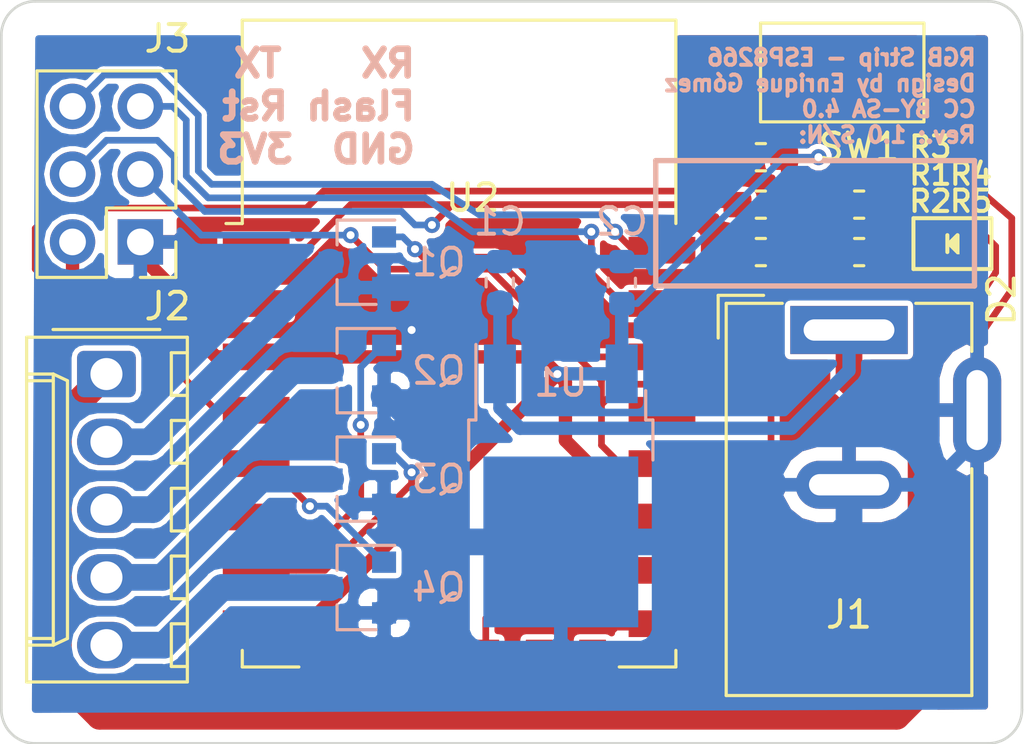
<source format=kicad_pcb>
(kicad_pcb (version 20171130) (host pcbnew 5.0.2-bee76a0~70~ubuntu18.04.1)

  (general
    (thickness 1.6)
    (drawings 14)
    (tracks 229)
    (zones 0)
    (modules 18)
    (nets 27)
  )

  (page A4)
  (layers
    (0 F.Cu signal)
    (31 B.Cu signal)
    (32 B.Adhes user)
    (33 F.Adhes user)
    (34 B.Paste user)
    (35 F.Paste user)
    (36 B.SilkS user)
    (37 F.SilkS user)
    (38 B.Mask user)
    (39 F.Mask user)
    (40 Dwgs.User user)
    (41 Cmts.User user)
    (42 Eco1.User user)
    (43 Eco2.User user)
    (44 Edge.Cuts user)
    (45 Margin user)
    (46 B.CrtYd user)
    (47 F.CrtYd user)
    (48 B.Fab user)
    (49 F.Fab user)
  )

  (setup
    (last_trace_width 0.25)
    (user_trace_width 0.3)
    (user_trace_width 0.35)
    (user_trace_width 0.4)
    (user_trace_width 0.5)
    (user_trace_width 0.75)
    (user_trace_width 1)
    (user_trace_width 1.8)
    (user_trace_width 2)
    (trace_clearance 0.2)
    (zone_clearance 0.2)
    (zone_45_only no)
    (trace_min 0.2)
    (segment_width 0.2)
    (edge_width 0.2)
    (via_size 0.6)
    (via_drill 0.3)
    (via_min_size 0.4)
    (via_min_drill 0.3)
    (user_via 0.6 0.3)
    (user_via 0.8 0.4)
    (user_via 1 0.5)
    (uvia_size 0.3)
    (uvia_drill 0.1)
    (uvias_allowed no)
    (uvia_min_size 0.2)
    (uvia_min_drill 0.1)
    (pcb_text_width 0.3)
    (pcb_text_size 1.5 1.5)
    (mod_edge_width 0.15)
    (mod_text_size 1 1)
    (mod_text_width 0.15)
    (pad_size 1.5 1.5)
    (pad_drill 0.6)
    (pad_to_mask_clearance 0)
    (solder_mask_min_width 0.25)
    (aux_axis_origin 0 0)
    (visible_elements FFFFFF7F)
    (pcbplotparams
      (layerselection 0x010fc_ffffffff)
      (usegerberextensions false)
      (usegerberattributes false)
      (usegerberadvancedattributes false)
      (creategerberjobfile false)
      (excludeedgelayer true)
      (linewidth 0.100000)
      (plotframeref false)
      (viasonmask false)
      (mode 1)
      (useauxorigin false)
      (hpglpennumber 1)
      (hpglpenspeed 20)
      (hpglpendiameter 15.000000)
      (psnegative false)
      (psa4output false)
      (plotreference true)
      (plotvalue true)
      (plotinvisibletext false)
      (padsonsilk false)
      (subtractmaskfromsilk false)
      (outputformat 1)
      (mirror false)
      (drillshape 0)
      (scaleselection 1)
      (outputdirectory "../../Manufacturing_GERBERs/"))
  )

  (net 0 "")
  (net 1 GND)
  (net 2 +3V3)
  (net 3 "Net-(D2-Pad3)")
  (net 4 "Net-(D2-Pad4)")
  (net 5 "Net-(D2-Pad2)")
  (net 6 +12V)
  (net 7 "Net-(J2-Pad2)")
  (net 8 "Net-(J2-Pad3)")
  (net 9 "Net-(J2-Pad4)")
  (net 10 "Net-(J2-Pad5)")
  (net 11 /Flash)
  (net 12 /Rst)
  (net 13 /RX)
  (net 14 /TX)
  (net 15 /red_c)
  (net 16 /green_c)
  (net 17 /blue_c)
  (net 18 /white_c)
  (net 19 "Net-(R3-Pad2)")
  (net 20 "Net-(U2-Pad2)")
  (net 21 "Net-(U2-Pad9)")
  (net 22 "Net-(U2-Pad10)")
  (net 23 "Net-(U2-Pad11)")
  (net 24 /green_led)
  (net 25 "Net-(U2-Pad13)")
  (net 26 "Net-(U2-Pad14)")

  (net_class Default "This is the default net class."
    (clearance 0.2)
    (trace_width 0.25)
    (via_dia 0.6)
    (via_drill 0.3)
    (uvia_dia 0.3)
    (uvia_drill 0.1)
    (add_net +3V3)
    (add_net /Flash)
    (add_net /RX)
    (add_net /Rst)
    (add_net /TX)
    (add_net /blue_c)
    (add_net /green_c)
    (add_net /green_led)
    (add_net /red_c)
    (add_net /white_c)
    (add_net GND)
    (add_net "Net-(D2-Pad2)")
    (add_net "Net-(D2-Pad3)")
    (add_net "Net-(D2-Pad4)")
    (add_net "Net-(J2-Pad2)")
    (add_net "Net-(J2-Pad3)")
    (add_net "Net-(J2-Pad4)")
    (add_net "Net-(J2-Pad5)")
    (add_net "Net-(R3-Pad2)")
    (add_net "Net-(U2-Pad10)")
    (add_net "Net-(U2-Pad11)")
    (add_net "Net-(U2-Pad13)")
    (add_net "Net-(U2-Pad14)")
    (add_net "Net-(U2-Pad2)")
    (add_net "Net-(U2-Pad9)")
  )

  (net_class Power ""
    (clearance 0.2)
    (trace_width 1)
    (via_dia 1)
    (via_drill 0.5)
    (uvia_dia 0.3)
    (uvia_drill 0.1)
    (add_net +12V)
  )

  (module "RGB strip local:TJ-S1615SW6TGLCBG-A5" (layer F.Cu) (tedit 5DED5992) (tstamp 5DF9C31A)
    (at 136.652 94.361)
    (path /5DDC37DF)
    (attr smd)
    (fp_text reference D2 (at 3.429 1.016 90) (layer F.SilkS)
      (effects (font (size 1 1) (thickness 0.15)))
    )
    (fp_text value TJ-S1615SW6TGLCBG-A5 (at -7.62 -3.937) (layer F.Fab) hide
      (effects (font (size 1 1) (thickness 0.15)))
    )
    (fp_line (start 1.397 -1.397) (end 1.397 -0.762) (layer F.SilkS) (width 0.15))
    (fp_poly (pts (xy 1.524 -1.016) (xy 1.524 -1.143) (xy 1.778 -1.397) (xy 1.778 -0.762)) (layer F.SilkS) (width 0.15))
    (fp_line (start 0.127 -0.127) (end 0.127 -2.032) (layer F.SilkS) (width 0.15))
    (fp_line (start 3.048 -0.127) (end 0.127 -0.127) (layer F.SilkS) (width 0.15))
    (fp_line (start 3.048 -2.032) (end 3.048 -0.127) (layer F.SilkS) (width 0.15))
    (fp_line (start 0.127 -2.032) (end 3.048 -2.032) (layer F.SilkS) (width 0.15))
    (pad 2 smd rect (at 0.707 -1.579) (size 0.85 0.55) (layers F.Cu F.Paste F.Mask)
      (net 5 "Net-(D2-Pad2)"))
    (pad 1 smd rect (at 2.457 -1.579) (size 0.85 0.55) (layers F.Cu F.Paste F.Mask)
      (net 24 /green_led))
    (pad 4 smd rect (at 0.707 -0.529) (size 0.85 0.55) (layers F.Cu F.Paste F.Mask)
      (net 4 "Net-(D2-Pad4)"))
    (pad 3 smd rect (at 2.457 -0.529) (size 0.85 0.55) (layers F.Cu F.Paste F.Mask)
      (net 3 "Net-(D2-Pad3)"))
  )

  (module Connector_PinHeader_2.54mm:PinHeader_2x03_P2.54mm_Vertical (layer F.Cu) (tedit 5DED4FB9) (tstamp 5DF9C39B)
    (at 107.823 93.218 180)
    (descr "Through hole straight pin header, 2x03, 2.54mm pitch, double rows")
    (tags "Through hole pin header THT 2x03 2.54mm double row")
    (path /5DED4B44)
    (fp_text reference J3 (at -1.016 7.62 180) (layer F.SilkS)
      (effects (font (size 1 1) (thickness 0.15)))
    )
    (fp_text value Conn_01x06_Female (at 1.27 7.41 180) (layer F.Fab) hide
      (effects (font (size 1 1) (thickness 0.15)))
    )
    (fp_text user %R (at 1.27 2.54 270) (layer F.Fab)
      (effects (font (size 1 1) (thickness 0.15)))
    )
    (fp_line (start 4.35 -1.8) (end -1.8 -1.8) (layer F.CrtYd) (width 0.05))
    (fp_line (start 4.35 6.85) (end 4.35 -1.8) (layer F.CrtYd) (width 0.05))
    (fp_line (start -1.8 6.85) (end 4.35 6.85) (layer F.CrtYd) (width 0.05))
    (fp_line (start -1.8 -1.8) (end -1.8 6.85) (layer F.CrtYd) (width 0.05))
    (fp_line (start -1.33 -1.33) (end 0 -1.33) (layer F.SilkS) (width 0.12))
    (fp_line (start -1.33 0) (end -1.33 -1.33) (layer F.SilkS) (width 0.12))
    (fp_line (start 1.27 -1.33) (end 3.87 -1.33) (layer F.SilkS) (width 0.12))
    (fp_line (start 1.27 1.27) (end 1.27 -1.33) (layer F.SilkS) (width 0.12))
    (fp_line (start -1.33 1.27) (end 1.27 1.27) (layer F.SilkS) (width 0.12))
    (fp_line (start 3.87 -1.33) (end 3.87 6.41) (layer F.SilkS) (width 0.12))
    (fp_line (start -1.33 1.27) (end -1.33 6.41) (layer F.SilkS) (width 0.12))
    (fp_line (start -1.33 6.41) (end 3.87 6.41) (layer F.SilkS) (width 0.12))
    (fp_line (start -1.27 0) (end 0 -1.27) (layer F.Fab) (width 0.1))
    (fp_line (start -1.27 6.35) (end -1.27 0) (layer F.Fab) (width 0.1))
    (fp_line (start 3.81 6.35) (end -1.27 6.35) (layer F.Fab) (width 0.1))
    (fp_line (start 3.81 -1.27) (end 3.81 6.35) (layer F.Fab) (width 0.1))
    (fp_line (start 0 -1.27) (end 3.81 -1.27) (layer F.Fab) (width 0.1))
    (pad 6 thru_hole oval (at 2.54 5.08 180) (size 1.7 1.7) (drill 1) (layers *.Cu *.Mask)
      (net 14 /TX))
    (pad 5 thru_hole oval (at 0 5.08 180) (size 1.7 1.7) (drill 1) (layers *.Cu *.Mask)
      (net 13 /RX))
    (pad 4 thru_hole oval (at 2.54 2.54 180) (size 1.7 1.7) (drill 1) (layers *.Cu *.Mask)
      (net 12 /Rst))
    (pad 3 thru_hole oval (at 0 2.54 180) (size 1.7 1.7) (drill 1) (layers *.Cu *.Mask)
      (net 11 /Flash))
    (pad 2 thru_hole oval (at 2.54 0 180) (size 1.7 1.7) (drill 1) (layers *.Cu *.Mask)
      (net 2 +3V3))
    (pad 1 thru_hole rect (at 0 0 180) (size 1.7 1.7) (drill 1) (layers *.Cu *.Mask)
      (net 1 GND))
    (model ${KISYS3DMOD}/Connector_PinHeader_2.54mm.3dshapes/PinHeader_2x03_P2.54mm_Vertical.wrl
      (at (xyz 0 0 0))
      (scale (xyz 1 1 1))
      (rotate (xyz 0 0 0))
    )
  )

  (module Capacitor_SMD:C_0603_1608Metric (layer B.Cu) (tedit 5DED4A20) (tstamp 5DF9C2FB)
    (at 121.285 94.742 90)
    (descr "Capacitor SMD 0603 (1608 Metric), square (rectangular) end terminal, IPC_7351 nominal, (Body size source: http://www.tortai-tech.com/upload/download/2011102023233369053.pdf), generated with kicad-footprint-generator")
    (tags capacitor)
    (path /5DE6B094)
    (attr smd)
    (fp_text reference C1 (at 2.286 0 180) (layer B.SilkS)
      (effects (font (size 1 1) (thickness 0.15)) (justify mirror))
    )
    (fp_text value 330nF (at 0 -1.43 90) (layer B.Fab) hide
      (effects (font (size 1 1) (thickness 0.15)) (justify mirror))
    )
    (fp_text user %R (at 0 0 90) (layer B.Fab) hide
      (effects (font (size 0.4 0.4) (thickness 0.06)) (justify mirror))
    )
    (fp_line (start 1.48 -0.73) (end -1.48 -0.73) (layer B.CrtYd) (width 0.05))
    (fp_line (start 1.48 0.73) (end 1.48 -0.73) (layer B.CrtYd) (width 0.05))
    (fp_line (start -1.48 0.73) (end 1.48 0.73) (layer B.CrtYd) (width 0.05))
    (fp_line (start -1.48 -0.73) (end -1.48 0.73) (layer B.CrtYd) (width 0.05))
    (fp_line (start -0.162779 -0.51) (end 0.162779 -0.51) (layer B.SilkS) (width 0.12))
    (fp_line (start -0.162779 0.51) (end 0.162779 0.51) (layer B.SilkS) (width 0.12))
    (fp_line (start 0.8 -0.4) (end -0.8 -0.4) (layer B.Fab) (width 0.1))
    (fp_line (start 0.8 0.4) (end 0.8 -0.4) (layer B.Fab) (width 0.1))
    (fp_line (start -0.8 0.4) (end 0.8 0.4) (layer B.Fab) (width 0.1))
    (fp_line (start -0.8 -0.4) (end -0.8 0.4) (layer B.Fab) (width 0.1))
    (pad 2 smd roundrect (at 0.7875 0 90) (size 0.875 0.95) (layers B.Cu B.Paste B.Mask) (roundrect_rratio 0.25)
      (net 1 GND))
    (pad 1 smd roundrect (at -0.7875 0 90) (size 0.875 0.95) (layers B.Cu B.Paste B.Mask) (roundrect_rratio 0.25)
      (net 6 +12V))
    (model ${KISYS3DMOD}/Capacitor_SMD.3dshapes/C_0603_1608Metric.wrl
      (at (xyz 0 0 0))
      (scale (xyz 1 1 1))
      (rotate (xyz 0 0 0))
    )
  )

  (module Capacitor_SMD:C_0603_1608Metric (layer B.Cu) (tedit 5DED4A1D) (tstamp 5DF9C30C)
    (at 125.857 94.742 90)
    (descr "Capacitor SMD 0603 (1608 Metric), square (rectangular) end terminal, IPC_7351 nominal, (Body size source: http://www.tortai-tech.com/upload/download/2011102023233369053.pdf), generated with kicad-footprint-generator")
    (tags capacitor)
    (path /5DE6B0DD)
    (attr smd)
    (fp_text reference C2 (at 2.286 0 180) (layer B.SilkS)
      (effects (font (size 1 1) (thickness 0.15)) (justify mirror))
    )
    (fp_text value 330nF (at 0 -1.43 90) (layer B.Fab) hide
      (effects (font (size 1 1) (thickness 0.15)) (justify mirror))
    )
    (fp_line (start -0.8 -0.4) (end -0.8 0.4) (layer B.Fab) (width 0.1))
    (fp_line (start -0.8 0.4) (end 0.8 0.4) (layer B.Fab) (width 0.1))
    (fp_line (start 0.8 0.4) (end 0.8 -0.4) (layer B.Fab) (width 0.1))
    (fp_line (start 0.8 -0.4) (end -0.8 -0.4) (layer B.Fab) (width 0.1))
    (fp_line (start -0.162779 0.51) (end 0.162779 0.51) (layer B.SilkS) (width 0.12))
    (fp_line (start -0.162779 -0.51) (end 0.162779 -0.51) (layer B.SilkS) (width 0.12))
    (fp_line (start -1.48 -0.73) (end -1.48 0.73) (layer B.CrtYd) (width 0.05))
    (fp_line (start -1.48 0.73) (end 1.48 0.73) (layer B.CrtYd) (width 0.05))
    (fp_line (start 1.48 0.73) (end 1.48 -0.73) (layer B.CrtYd) (width 0.05))
    (fp_line (start 1.48 -0.73) (end -1.48 -0.73) (layer B.CrtYd) (width 0.05))
    (fp_text user %R (at 0 0 90) (layer B.Fab) hide
      (effects (font (size 0.4 0.4) (thickness 0.06)) (justify mirror))
    )
    (pad 1 smd roundrect (at -0.7875 0 90) (size 0.875 0.95) (layers B.Cu B.Paste B.Mask) (roundrect_rratio 0.25)
      (net 2 +3V3))
    (pad 2 smd roundrect (at 0.7875 0 90) (size 0.875 0.95) (layers B.Cu B.Paste B.Mask) (roundrect_rratio 0.25)
      (net 1 GND))
    (model ${KISYS3DMOD}/Capacitor_SMD.3dshapes/C_0603_1608Metric.wrl
      (at (xyz 0 0 0))
      (scale (xyz 1 1 1))
      (rotate (xyz 0 0 0))
    )
  )

  (module Connector_BarrelJack:BarrelJack_Wuerth_6941xx301002 (layer F.Cu) (tedit 5DED51B3) (tstamp 5DF9C337)
    (at 134.366 96.52)
    (descr "Wuerth electronics barrel jack connector (5.5mm outher diameter, inner diameter 2.05mm or 2.55mm depending on exact order number), See: http://katalog.we-online.de/em/datasheet/6941xx301002.pdf")
    (tags "connector barrel jack")
    (path /5DDC350E)
    (fp_text reference J1 (at 0 10.668) (layer F.SilkS)
      (effects (font (size 1 1) (thickness 0.15)))
    )
    (fp_text value Barrel_Jack_Switch (at 0 15.5) (layer F.Fab) hide
      (effects (font (size 1 1) (thickness 0.15)))
    )
    (fp_line (start 5 14.1) (end 5 5.5) (layer F.CrtYd) (width 0.05))
    (fp_line (start 4.6 5.2) (end 4.6 13.7) (layer F.SilkS) (width 0.12))
    (fp_line (start -4.5 0.1) (end -3.5 -0.9) (layer F.Fab) (width 0.1))
    (fp_line (start 4.5 -0.9) (end -3.5 -0.9) (layer F.Fab) (width 0.1))
    (fp_line (start 4.5 -0.9) (end 4.5 13.6) (layer F.Fab) (width 0.1))
    (fp_line (start 4.5 13.6) (end -4.5 13.6) (layer F.Fab) (width 0.1))
    (fp_line (start -4.5 13.6) (end -4.5 0.1) (layer F.Fab) (width 0.1))
    (fp_text user %R (at 0 7.5) (layer F.Fab) hide
      (effects (font (size 1 1) (thickness 0.15)))
    )
    (fp_line (start 4.6 13.7) (end -4.6 13.7) (layer F.SilkS) (width 0.12))
    (fp_line (start -4.6 13.7) (end -4.6 -1) (layer F.SilkS) (width 0.12))
    (fp_line (start 2.5 -1) (end 4.6 -1) (layer F.SilkS) (width 0.12))
    (fp_line (start 4.6 -1) (end 4.6 0.8) (layer F.SilkS) (width 0.12))
    (fp_line (start -3.2 -1.3) (end -4.9 -1.3) (layer F.SilkS) (width 0.12))
    (fp_line (start -4.9 -1.3) (end -4.9 0.3) (layer F.SilkS) (width 0.12))
    (fp_line (start 5 -1.4) (end -5 -1.4) (layer F.CrtYd) (width 0.05))
    (fp_line (start -5 -1.4) (end -5 14.1) (layer F.CrtYd) (width 0.05))
    (fp_line (start -5 14.1) (end 5 14.1) (layer F.CrtYd) (width 0.05))
    (fp_line (start 5 0.5) (end 5 -1.4) (layer F.CrtYd) (width 0.05))
    (fp_line (start 6.2 0.5) (end 6.2 5.5) (layer F.CrtYd) (width 0.05))
    (fp_line (start 6.2 5.5) (end 5 5.5) (layer F.CrtYd) (width 0.05))
    (fp_line (start 6.2 0.5) (end 5 0.5) (layer F.CrtYd) (width 0.05))
    (fp_line (start -4.6 -1) (end -2.5 -1) (layer F.SilkS) (width 0.12))
    (pad 3 thru_hole oval (at 4.8 3 90) (size 4 1.8) (drill oval 3 0.8) (layers *.Cu *.Mask)
      (net 1 GND))
    (pad 2 thru_hole oval (at 0 5.8) (size 4 1.8) (drill oval 3 0.8) (layers *.Cu *.Mask)
      (net 1 GND))
    (pad 1 thru_hole rect (at 0 0) (size 4.4 1.8) (drill oval 3.4 0.8) (layers *.Cu *.Mask)
      (net 6 +12V))
    (model ${KISYS3DMOD}/Connector_BarrelJack.3dshapes/BarrelJack_Wuerth_6941xx301002.wrl
      (at (xyz 0 0 0))
      (scale (xyz 1 1 1))
      (rotate (xyz 0 0 0))
    )
  )

  (module Connector_Molex:Molex_KK-254_AE-6410-05A_1x05_P2.54mm_Vertical (layer F.Cu) (tedit 5DED52BD) (tstamp 5DF9C367)
    (at 106.553 98.171 270)
    (descr "Molex KK-254 Interconnect System, old/engineering part number: AE-6410-05A example for new part number: 22-27-2051, 5 Pins (http://www.molex.com/pdm_docs/sd/022272021_sd.pdf), generated with kicad-footprint-generator")
    (tags "connector Molex KK-254 side entry")
    (path /5DE92FC4)
    (fp_text reference J2 (at -2.54 -2.286) (layer F.SilkS)
      (effects (font (size 1 1) (thickness 0.15)))
    )
    (fp_text value LED (at -2.413 2.286) (layer F.Fab)
      (effects (font (size 1 1) (thickness 0.15)))
    )
    (fp_line (start -1.27 -2.92) (end -1.27 2.88) (layer F.Fab) (width 0.1))
    (fp_line (start -1.27 2.88) (end 11.43 2.88) (layer F.Fab) (width 0.1))
    (fp_line (start 11.43 2.88) (end 11.43 -2.92) (layer F.Fab) (width 0.1))
    (fp_line (start 11.43 -2.92) (end -1.27 -2.92) (layer F.Fab) (width 0.1))
    (fp_line (start -1.38 -3.03) (end -1.38 2.99) (layer F.SilkS) (width 0.12))
    (fp_line (start -1.38 2.99) (end 11.54 2.99) (layer F.SilkS) (width 0.12))
    (fp_line (start 11.54 2.99) (end 11.54 -3.03) (layer F.SilkS) (width 0.12))
    (fp_line (start 11.54 -3.03) (end -1.38 -3.03) (layer F.SilkS) (width 0.12))
    (fp_line (start -1.67 -2) (end -1.67 2) (layer F.SilkS) (width 0.12))
    (fp_line (start -1.27 -0.5) (end -0.562893 0) (layer F.Fab) (width 0.1))
    (fp_line (start -0.562893 0) (end -1.27 0.5) (layer F.Fab) (width 0.1))
    (fp_line (start 0 2.99) (end 0 1.99) (layer F.SilkS) (width 0.12))
    (fp_line (start 0 1.99) (end 10.16 1.99) (layer F.SilkS) (width 0.12))
    (fp_line (start 10.16 1.99) (end 10.16 2.99) (layer F.SilkS) (width 0.12))
    (fp_line (start 0 1.99) (end 0.25 1.46) (layer F.SilkS) (width 0.12))
    (fp_line (start 0.25 1.46) (end 9.91 1.46) (layer F.SilkS) (width 0.12))
    (fp_line (start 9.91 1.46) (end 10.16 1.99) (layer F.SilkS) (width 0.12))
    (fp_line (start 0.25 2.99) (end 0.25 1.99) (layer F.SilkS) (width 0.12))
    (fp_line (start 9.91 2.99) (end 9.91 1.99) (layer F.SilkS) (width 0.12))
    (fp_line (start -0.8 -3.03) (end -0.8 -2.43) (layer F.SilkS) (width 0.12))
    (fp_line (start -0.8 -2.43) (end 0.8 -2.43) (layer F.SilkS) (width 0.12))
    (fp_line (start 0.8 -2.43) (end 0.8 -3.03) (layer F.SilkS) (width 0.12))
    (fp_line (start 1.74 -3.03) (end 1.74 -2.43) (layer F.SilkS) (width 0.12))
    (fp_line (start 1.74 -2.43) (end 3.34 -2.43) (layer F.SilkS) (width 0.12))
    (fp_line (start 3.34 -2.43) (end 3.34 -3.03) (layer F.SilkS) (width 0.12))
    (fp_line (start 4.28 -3.03) (end 4.28 -2.43) (layer F.SilkS) (width 0.12))
    (fp_line (start 4.28 -2.43) (end 5.88 -2.43) (layer F.SilkS) (width 0.12))
    (fp_line (start 5.88 -2.43) (end 5.88 -3.03) (layer F.SilkS) (width 0.12))
    (fp_line (start 6.82 -3.03) (end 6.82 -2.43) (layer F.SilkS) (width 0.12))
    (fp_line (start 6.82 -2.43) (end 8.42 -2.43) (layer F.SilkS) (width 0.12))
    (fp_line (start 8.42 -2.43) (end 8.42 -3.03) (layer F.SilkS) (width 0.12))
    (fp_line (start 9.36 -3.03) (end 9.36 -2.43) (layer F.SilkS) (width 0.12))
    (fp_line (start 9.36 -2.43) (end 10.96 -2.43) (layer F.SilkS) (width 0.12))
    (fp_line (start 10.96 -2.43) (end 10.96 -3.03) (layer F.SilkS) (width 0.12))
    (fp_line (start -1.77 -3.42) (end -1.77 3.38) (layer F.CrtYd) (width 0.05))
    (fp_line (start -1.77 3.38) (end 11.93 3.38) (layer F.CrtYd) (width 0.05))
    (fp_line (start 11.93 3.38) (end 11.93 -3.42) (layer F.CrtYd) (width 0.05))
    (fp_line (start 11.93 -3.42) (end -1.77 -3.42) (layer F.CrtYd) (width 0.05))
    (fp_text user %R (at 5.08 -2.22 270) (layer F.Fab) hide
      (effects (font (size 1 1) (thickness 0.15)))
    )
    (pad 1 thru_hole roundrect (at 0 0 270) (size 1.74 2.2) (drill 1.2) (layers *.Cu *.Mask) (roundrect_rratio 0.143678)
      (net 6 +12V))
    (pad 2 thru_hole oval (at 2.54 0 270) (size 1.74 2.2) (drill 1.2) (layers *.Cu *.Mask)
      (net 7 "Net-(J2-Pad2)"))
    (pad 3 thru_hole oval (at 5.08 0 270) (size 1.74 2.2) (drill 1.2) (layers *.Cu *.Mask)
      (net 8 "Net-(J2-Pad3)"))
    (pad 4 thru_hole oval (at 7.62 0 270) (size 1.74 2.2) (drill 1.2) (layers *.Cu *.Mask)
      (net 9 "Net-(J2-Pad4)"))
    (pad 5 thru_hole oval (at 10.16 0 270) (size 1.74 2.2) (drill 1.2) (layers *.Cu *.Mask)
      (net 10 "Net-(J2-Pad5)"))
    (model ${KISYS3DMOD}/Connector_Molex.3dshapes/Molex_KK-254_AE-6410-05A_1x05_P2.54mm_Vertical.wrl
      (at (xyz 0 0 0))
      (scale (xyz 1 1 1))
      (rotate (xyz 0 0 0))
    )
  )

  (module Package_TO_SOT_SMD:SOT-23 (layer B.Cu) (tedit 5DED4942) (tstamp 5DF9C3B0)
    (at 115.951 93.98 180)
    (descr "SOT-23, Standard")
    (tags SOT-23)
    (path /5DE87268)
    (attr smd)
    (fp_text reference Q1 (at -3.048 0 180) (layer B.SilkS)
      (effects (font (size 1 1) (thickness 0.15)) (justify mirror))
    )
    (fp_text value AO3420 (at 0 -2.5 180) (layer B.Fab) hide
      (effects (font (size 1 1) (thickness 0.15)) (justify mirror))
    )
    (fp_text user %R (at 0 0 90) (layer B.Fab)
      (effects (font (size 0.5 0.5) (thickness 0.075)) (justify mirror))
    )
    (fp_line (start -0.7 0.95) (end -0.7 -1.5) (layer B.Fab) (width 0.1))
    (fp_line (start -0.15 1.52) (end 0.7 1.52) (layer B.Fab) (width 0.1))
    (fp_line (start -0.7 0.95) (end -0.15 1.52) (layer B.Fab) (width 0.1))
    (fp_line (start 0.7 1.52) (end 0.7 -1.52) (layer B.Fab) (width 0.1))
    (fp_line (start -0.7 -1.52) (end 0.7 -1.52) (layer B.Fab) (width 0.1))
    (fp_line (start 0.76 -1.58) (end 0.76 -0.65) (layer B.SilkS) (width 0.12))
    (fp_line (start 0.76 1.58) (end 0.76 0.65) (layer B.SilkS) (width 0.12))
    (fp_line (start -1.7 1.75) (end 1.7 1.75) (layer B.CrtYd) (width 0.05))
    (fp_line (start 1.7 1.75) (end 1.7 -1.75) (layer B.CrtYd) (width 0.05))
    (fp_line (start 1.7 -1.75) (end -1.7 -1.75) (layer B.CrtYd) (width 0.05))
    (fp_line (start -1.7 -1.75) (end -1.7 1.75) (layer B.CrtYd) (width 0.05))
    (fp_line (start 0.76 1.58) (end -1.4 1.58) (layer B.SilkS) (width 0.12))
    (fp_line (start 0.76 -1.58) (end -0.7 -1.58) (layer B.SilkS) (width 0.12))
    (pad 1 smd rect (at -1 0.95 180) (size 0.9 0.8) (layers B.Cu B.Paste B.Mask)
      (net 15 /red_c))
    (pad 2 smd rect (at -1 -0.95 180) (size 0.9 0.8) (layers B.Cu B.Paste B.Mask)
      (net 1 GND))
    (pad 3 smd rect (at 1 0 180) (size 0.9 0.8) (layers B.Cu B.Paste B.Mask)
      (net 7 "Net-(J2-Pad2)"))
    (model ${KISYS3DMOD}/Package_TO_SOT_SMD.3dshapes/SOT-23.wrl
      (at (xyz 0 0 0))
      (scale (xyz 1 1 1))
      (rotate (xyz 0 0 0))
    )
  )

  (module Package_TO_SOT_SMD:SOT-23 (layer B.Cu) (tedit 5DED4945) (tstamp 5DF9C3C5)
    (at 115.951 98.044 180)
    (descr "SOT-23, Standard")
    (tags SOT-23)
    (path /5DE87261)
    (attr smd)
    (fp_text reference Q2 (at -3.048 0 180) (layer B.SilkS)
      (effects (font (size 1 1) (thickness 0.15)) (justify mirror))
    )
    (fp_text value AO3420 (at 0 -2.5 180) (layer B.Fab) hide
      (effects (font (size 1 1) (thickness 0.15)) (justify mirror))
    )
    (fp_text user %R (at 0 0 90) (layer B.Fab)
      (effects (font (size 0.5 0.5) (thickness 0.075)) (justify mirror))
    )
    (fp_line (start -0.7 0.95) (end -0.7 -1.5) (layer B.Fab) (width 0.1))
    (fp_line (start -0.15 1.52) (end 0.7 1.52) (layer B.Fab) (width 0.1))
    (fp_line (start -0.7 0.95) (end -0.15 1.52) (layer B.Fab) (width 0.1))
    (fp_line (start 0.7 1.52) (end 0.7 -1.52) (layer B.Fab) (width 0.1))
    (fp_line (start -0.7 -1.52) (end 0.7 -1.52) (layer B.Fab) (width 0.1))
    (fp_line (start 0.76 -1.58) (end 0.76 -0.65) (layer B.SilkS) (width 0.12))
    (fp_line (start 0.76 1.58) (end 0.76 0.65) (layer B.SilkS) (width 0.12))
    (fp_line (start -1.7 1.75) (end 1.7 1.75) (layer B.CrtYd) (width 0.05))
    (fp_line (start 1.7 1.75) (end 1.7 -1.75) (layer B.CrtYd) (width 0.05))
    (fp_line (start 1.7 -1.75) (end -1.7 -1.75) (layer B.CrtYd) (width 0.05))
    (fp_line (start -1.7 -1.75) (end -1.7 1.75) (layer B.CrtYd) (width 0.05))
    (fp_line (start 0.76 1.58) (end -1.4 1.58) (layer B.SilkS) (width 0.12))
    (fp_line (start 0.76 -1.58) (end -0.7 -1.58) (layer B.SilkS) (width 0.12))
    (pad 1 smd rect (at -1 0.95 180) (size 0.9 0.8) (layers B.Cu B.Paste B.Mask)
      (net 16 /green_c))
    (pad 2 smd rect (at -1 -0.95 180) (size 0.9 0.8) (layers B.Cu B.Paste B.Mask)
      (net 1 GND))
    (pad 3 smd rect (at 1 0 180) (size 0.9 0.8) (layers B.Cu B.Paste B.Mask)
      (net 8 "Net-(J2-Pad3)"))
    (model ${KISYS3DMOD}/Package_TO_SOT_SMD.3dshapes/SOT-23.wrl
      (at (xyz 0 0 0))
      (scale (xyz 1 1 1))
      (rotate (xyz 0 0 0))
    )
  )

  (module Package_TO_SOT_SMD:SOT-23 (layer B.Cu) (tedit 5DED4948) (tstamp 5DF9C3DA)
    (at 115.951 102.108 180)
    (descr "SOT-23, Standard")
    (tags SOT-23)
    (path /5DE85B9F)
    (attr smd)
    (fp_text reference Q3 (at -3.048 0 180) (layer B.SilkS)
      (effects (font (size 1 1) (thickness 0.15)) (justify mirror))
    )
    (fp_text value AO3420 (at 0 -2.5 180) (layer B.Fab) hide
      (effects (font (size 1 1) (thickness 0.15)) (justify mirror))
    )
    (fp_line (start 0.76 -1.58) (end -0.7 -1.58) (layer B.SilkS) (width 0.12))
    (fp_line (start 0.76 1.58) (end -1.4 1.58) (layer B.SilkS) (width 0.12))
    (fp_line (start -1.7 -1.75) (end -1.7 1.75) (layer B.CrtYd) (width 0.05))
    (fp_line (start 1.7 -1.75) (end -1.7 -1.75) (layer B.CrtYd) (width 0.05))
    (fp_line (start 1.7 1.75) (end 1.7 -1.75) (layer B.CrtYd) (width 0.05))
    (fp_line (start -1.7 1.75) (end 1.7 1.75) (layer B.CrtYd) (width 0.05))
    (fp_line (start 0.76 1.58) (end 0.76 0.65) (layer B.SilkS) (width 0.12))
    (fp_line (start 0.76 -1.58) (end 0.76 -0.65) (layer B.SilkS) (width 0.12))
    (fp_line (start -0.7 -1.52) (end 0.7 -1.52) (layer B.Fab) (width 0.1))
    (fp_line (start 0.7 1.52) (end 0.7 -1.52) (layer B.Fab) (width 0.1))
    (fp_line (start -0.7 0.95) (end -0.15 1.52) (layer B.Fab) (width 0.1))
    (fp_line (start -0.15 1.52) (end 0.7 1.52) (layer B.Fab) (width 0.1))
    (fp_line (start -0.7 0.95) (end -0.7 -1.5) (layer B.Fab) (width 0.1))
    (fp_text user %R (at 0 0 90) (layer B.Fab)
      (effects (font (size 0.5 0.5) (thickness 0.075)) (justify mirror))
    )
    (pad 3 smd rect (at 1 0 180) (size 0.9 0.8) (layers B.Cu B.Paste B.Mask)
      (net 9 "Net-(J2-Pad4)"))
    (pad 2 smd rect (at -1 -0.95 180) (size 0.9 0.8) (layers B.Cu B.Paste B.Mask)
      (net 1 GND))
    (pad 1 smd rect (at -1 0.95 180) (size 0.9 0.8) (layers B.Cu B.Paste B.Mask)
      (net 17 /blue_c))
    (model ${KISYS3DMOD}/Package_TO_SOT_SMD.3dshapes/SOT-23.wrl
      (at (xyz 0 0 0))
      (scale (xyz 1 1 1))
      (rotate (xyz 0 0 0))
    )
  )

  (module Package_TO_SOT_SMD:SOT-23 (layer B.Cu) (tedit 5DED495C) (tstamp 5DF9C3EF)
    (at 115.951 106.172 180)
    (descr "SOT-23, Standard")
    (tags SOT-23)
    (path /5DDC3DAE)
    (attr smd)
    (fp_text reference Q4 (at -3.048 0 180) (layer B.SilkS)
      (effects (font (size 1 1) (thickness 0.15)) (justify mirror))
    )
    (fp_text value AO3420 (at 0 -2.5 180) (layer B.Fab) hide
      (effects (font (size 1 1) (thickness 0.15)) (justify mirror))
    )
    (fp_line (start 0.76 -1.58) (end -0.7 -1.58) (layer B.SilkS) (width 0.12))
    (fp_line (start 0.76 1.58) (end -1.4 1.58) (layer B.SilkS) (width 0.12))
    (fp_line (start -1.7 -1.75) (end -1.7 1.75) (layer B.CrtYd) (width 0.05))
    (fp_line (start 1.7 -1.75) (end -1.7 -1.75) (layer B.CrtYd) (width 0.05))
    (fp_line (start 1.7 1.75) (end 1.7 -1.75) (layer B.CrtYd) (width 0.05))
    (fp_line (start -1.7 1.75) (end 1.7 1.75) (layer B.CrtYd) (width 0.05))
    (fp_line (start 0.76 1.58) (end 0.76 0.65) (layer B.SilkS) (width 0.12))
    (fp_line (start 0.76 -1.58) (end 0.76 -0.65) (layer B.SilkS) (width 0.12))
    (fp_line (start -0.7 -1.52) (end 0.7 -1.52) (layer B.Fab) (width 0.1))
    (fp_line (start 0.7 1.52) (end 0.7 -1.52) (layer B.Fab) (width 0.1))
    (fp_line (start -0.7 0.95) (end -0.15 1.52) (layer B.Fab) (width 0.1))
    (fp_line (start -0.15 1.52) (end 0.7 1.52) (layer B.Fab) (width 0.1))
    (fp_line (start -0.7 0.95) (end -0.7 -1.5) (layer B.Fab) (width 0.1))
    (fp_text user %R (at 0 0 90) (layer B.Fab)
      (effects (font (size 0.5 0.5) (thickness 0.075)) (justify mirror))
    )
    (pad 3 smd rect (at 1 0 180) (size 0.9 0.8) (layers B.Cu B.Paste B.Mask)
      (net 10 "Net-(J2-Pad5)"))
    (pad 2 smd rect (at -1 -0.95 180) (size 0.9 0.8) (layers B.Cu B.Paste B.Mask)
      (net 1 GND))
    (pad 1 smd rect (at -1 0.95 180) (size 0.9 0.8) (layers B.Cu B.Paste B.Mask)
      (net 18 /white_c))
    (model ${KISYS3DMOD}/Package_TO_SOT_SMD.3dshapes/SOT-23.wrl
      (at (xyz 0 0 0))
      (scale (xyz 1 1 1))
      (rotate (xyz 0 0 0))
    )
  )

  (module Resistor_SMD:R_0603_1608Metric_Pad1.05x0.95mm_HandSolder (layer F.Cu) (tedit 5DED5235) (tstamp 5DF9C400)
    (at 131.064 91.821 180)
    (descr "Resistor SMD 0603 (1608 Metric), square (rectangular) end terminal, IPC_7351 nominal with elongated pad for handsoldering. (Body size source: http://www.tortai-tech.com/upload/download/2011102023233369053.pdf), generated with kicad-footprint-generator")
    (tags "resistor handsolder")
    (path /5DE6CE7E)
    (attr smd)
    (fp_text reference R1 (at -6.35 1.143 180) (layer F.SilkS)
      (effects (font (size 0.8 0.8) (thickness 0.15)))
    )
    (fp_text value 10k (at 0 1.43 180) (layer F.Fab) hide
      (effects (font (size 1 1) (thickness 0.15)))
    )
    (fp_line (start -0.8 0.4) (end -0.8 -0.4) (layer F.Fab) (width 0.1))
    (fp_line (start -0.8 -0.4) (end 0.8 -0.4) (layer F.Fab) (width 0.1))
    (fp_line (start 0.8 -0.4) (end 0.8 0.4) (layer F.Fab) (width 0.1))
    (fp_line (start 0.8 0.4) (end -0.8 0.4) (layer F.Fab) (width 0.1))
    (fp_line (start -0.171267 -0.51) (end 0.171267 -0.51) (layer F.SilkS) (width 0.12))
    (fp_line (start -0.171267 0.51) (end 0.171267 0.51) (layer F.SilkS) (width 0.12))
    (fp_line (start -1.65 0.73) (end -1.65 -0.73) (layer F.CrtYd) (width 0.05))
    (fp_line (start -1.65 -0.73) (end 1.65 -0.73) (layer F.CrtYd) (width 0.05))
    (fp_line (start 1.65 -0.73) (end 1.65 0.73) (layer F.CrtYd) (width 0.05))
    (fp_line (start 1.65 0.73) (end -1.65 0.73) (layer F.CrtYd) (width 0.05))
    (fp_text user %R (at 0 0 180) (layer F.Fab)
      (effects (font (size 0.4 0.4) (thickness 0.06)))
    )
    (pad 1 smd roundrect (at -0.875 0 180) (size 1.05 0.95) (layers F.Cu F.Paste F.Mask) (roundrect_rratio 0.25)
      (net 2 +3V3))
    (pad 2 smd roundrect (at 0.875 0 180) (size 1.05 0.95) (layers F.Cu F.Paste F.Mask) (roundrect_rratio 0.25)
      (net 12 /Rst))
    (model ${KISYS3DMOD}/Resistor_SMD.3dshapes/R_0603_1608Metric.wrl
      (at (xyz 0 0 0))
      (scale (xyz 1 1 1))
      (rotate (xyz 0 0 0))
    )
  )

  (module Resistor_SMD:R_0603_1608Metric_Pad1.05x0.95mm_HandSolder (layer F.Cu) (tedit 5DED5230) (tstamp 5DF9C411)
    (at 131.064 93.599 180)
    (descr "Resistor SMD 0603 (1608 Metric), square (rectangular) end terminal, IPC_7351 nominal with elongated pad for handsoldering. (Body size source: http://www.tortai-tech.com/upload/download/2011102023233369053.pdf), generated with kicad-footprint-generator")
    (tags "resistor handsolder")
    (path /5DE6CF58)
    (attr smd)
    (fp_text reference R2 (at -6.35 1.905 180) (layer F.SilkS)
      (effects (font (size 0.8 0.8) (thickness 0.15)))
    )
    (fp_text value 10k (at 0 1.43 180) (layer F.Fab) hide
      (effects (font (size 1 1) (thickness 0.15)))
    )
    (fp_text user %R (at 0 0 180) (layer F.Fab)
      (effects (font (size 0.4 0.4) (thickness 0.06)))
    )
    (fp_line (start 1.65 0.73) (end -1.65 0.73) (layer F.CrtYd) (width 0.05))
    (fp_line (start 1.65 -0.73) (end 1.65 0.73) (layer F.CrtYd) (width 0.05))
    (fp_line (start -1.65 -0.73) (end 1.65 -0.73) (layer F.CrtYd) (width 0.05))
    (fp_line (start -1.65 0.73) (end -1.65 -0.73) (layer F.CrtYd) (width 0.05))
    (fp_line (start -0.171267 0.51) (end 0.171267 0.51) (layer F.SilkS) (width 0.12))
    (fp_line (start -0.171267 -0.51) (end 0.171267 -0.51) (layer F.SilkS) (width 0.12))
    (fp_line (start 0.8 0.4) (end -0.8 0.4) (layer F.Fab) (width 0.1))
    (fp_line (start 0.8 -0.4) (end 0.8 0.4) (layer F.Fab) (width 0.1))
    (fp_line (start -0.8 -0.4) (end 0.8 -0.4) (layer F.Fab) (width 0.1))
    (fp_line (start -0.8 0.4) (end -0.8 -0.4) (layer F.Fab) (width 0.1))
    (pad 2 smd roundrect (at 0.875 0 180) (size 1.05 0.95) (layers F.Cu F.Paste F.Mask) (roundrect_rratio 0.25)
      (net 11 /Flash))
    (pad 1 smd roundrect (at -0.875 0 180) (size 1.05 0.95) (layers F.Cu F.Paste F.Mask) (roundrect_rratio 0.25)
      (net 2 +3V3))
    (model ${KISYS3DMOD}/Resistor_SMD.3dshapes/R_0603_1608Metric.wrl
      (at (xyz 0 0 0))
      (scale (xyz 1 1 1))
      (rotate (xyz 0 0 0))
    )
  )

  (module Resistor_SMD:R_0603_1608Metric_Pad1.05x0.95mm_HandSolder (layer F.Cu) (tedit 5DED522B) (tstamp 5DF9C422)
    (at 131.064 90.043 180)
    (descr "Resistor SMD 0603 (1608 Metric), square (rectangular) end terminal, IPC_7351 nominal with elongated pad for handsoldering. (Body size source: http://www.tortai-tech.com/upload/download/2011102023233369053.pdf), generated with kicad-footprint-generator")
    (tags "resistor handsolder")
    (path /5DE817DA)
    (attr smd)
    (fp_text reference R3 (at -6.35 0.381 180) (layer F.SilkS)
      (effects (font (size 0.8 0.8) (thickness 0.15)))
    )
    (fp_text value 10k (at 0 1.43 180) (layer F.Fab) hide
      (effects (font (size 1 1) (thickness 0.15)))
    )
    (fp_line (start -0.8 0.4) (end -0.8 -0.4) (layer F.Fab) (width 0.1))
    (fp_line (start -0.8 -0.4) (end 0.8 -0.4) (layer F.Fab) (width 0.1))
    (fp_line (start 0.8 -0.4) (end 0.8 0.4) (layer F.Fab) (width 0.1))
    (fp_line (start 0.8 0.4) (end -0.8 0.4) (layer F.Fab) (width 0.1))
    (fp_line (start -0.171267 -0.51) (end 0.171267 -0.51) (layer F.SilkS) (width 0.12))
    (fp_line (start -0.171267 0.51) (end 0.171267 0.51) (layer F.SilkS) (width 0.12))
    (fp_line (start -1.65 0.73) (end -1.65 -0.73) (layer F.CrtYd) (width 0.05))
    (fp_line (start -1.65 -0.73) (end 1.65 -0.73) (layer F.CrtYd) (width 0.05))
    (fp_line (start 1.65 -0.73) (end 1.65 0.73) (layer F.CrtYd) (width 0.05))
    (fp_line (start 1.65 0.73) (end -1.65 0.73) (layer F.CrtYd) (width 0.05))
    (fp_text user %R (at 0 0 180) (layer F.Fab)
      (effects (font (size 0.4 0.4) (thickness 0.06)))
    )
    (pad 1 smd roundrect (at -0.875 0 180) (size 1.05 0.95) (layers F.Cu F.Paste F.Mask) (roundrect_rratio 0.25)
      (net 2 +3V3))
    (pad 2 smd roundrect (at 0.875 0 180) (size 1.05 0.95) (layers F.Cu F.Paste F.Mask) (roundrect_rratio 0.25)
      (net 19 "Net-(R3-Pad2)"))
    (model ${KISYS3DMOD}/Resistor_SMD.3dshapes/R_0603_1608Metric.wrl
      (at (xyz 0 0 0))
      (scale (xyz 1 1 1))
      (rotate (xyz 0 0 0))
    )
  )

  (module Resistor_SMD:R_0603_1608Metric_Pad1.05x0.95mm_HandSolder (layer F.Cu) (tedit 5DED524B) (tstamp 5DF9C433)
    (at 134.747 91.821)
    (descr "Resistor SMD 0603 (1608 Metric), square (rectangular) end terminal, IPC_7351 nominal with elongated pad for handsoldering. (Body size source: http://www.tortai-tech.com/upload/download/2011102023233369053.pdf), generated with kicad-footprint-generator")
    (tags "resistor handsolder")
    (path /5DE794AC)
    (attr smd)
    (fp_text reference R4 (at 4.191 -1.143) (layer F.SilkS)
      (effects (font (size 0.8 0.8) (thickness 0.15)))
    )
    (fp_text value 19R1 (at 1.397 2.159) (layer F.Fab) hide
      (effects (font (size 1 1) (thickness 0.15)))
    )
    (fp_line (start -0.8 0.4) (end -0.8 -0.4) (layer F.Fab) (width 0.1))
    (fp_line (start -0.8 -0.4) (end 0.8 -0.4) (layer F.Fab) (width 0.1))
    (fp_line (start 0.8 -0.4) (end 0.8 0.4) (layer F.Fab) (width 0.1))
    (fp_line (start 0.8 0.4) (end -0.8 0.4) (layer F.Fab) (width 0.1))
    (fp_line (start -0.171267 -0.51) (end 0.171267 -0.51) (layer F.SilkS) (width 0.12))
    (fp_line (start -0.171267 0.51) (end 0.171267 0.51) (layer F.SilkS) (width 0.12))
    (fp_line (start -1.65 0.73) (end -1.65 -0.73) (layer F.CrtYd) (width 0.05))
    (fp_line (start -1.65 -0.73) (end 1.65 -0.73) (layer F.CrtYd) (width 0.05))
    (fp_line (start 1.65 -0.73) (end 1.65 0.73) (layer F.CrtYd) (width 0.05))
    (fp_line (start 1.65 0.73) (end -1.65 0.73) (layer F.CrtYd) (width 0.05))
    (fp_text user %R (at 0 0) (layer F.Fab)
      (effects (font (size 0.4 0.4) (thickness 0.06)))
    )
    (pad 1 smd roundrect (at -0.875 0) (size 1.05 0.95) (layers F.Cu F.Paste F.Mask) (roundrect_rratio 0.25)
      (net 1 GND))
    (pad 2 smd roundrect (at 0.875 0) (size 1.05 0.95) (layers F.Cu F.Paste F.Mask) (roundrect_rratio 0.25)
      (net 5 "Net-(D2-Pad2)"))
    (model ${KISYS3DMOD}/Resistor_SMD.3dshapes/R_0603_1608Metric.wrl
      (at (xyz 0 0 0))
      (scale (xyz 1 1 1))
      (rotate (xyz 0 0 0))
    )
  )

  (module Resistor_SMD:R_0603_1608Metric_Pad1.05x0.95mm_HandSolder (layer F.Cu) (tedit 5DED5250) (tstamp 5DF9C444)
    (at 134.747 93.599)
    (descr "Resistor SMD 0603 (1608 Metric), square (rectangular) end terminal, IPC_7351 nominal with elongated pad for handsoldering. (Body size source: http://www.tortai-tech.com/upload/download/2011102023233369053.pdf), generated with kicad-footprint-generator")
    (tags "resistor handsolder")
    (path /5DE79530)
    (attr smd)
    (fp_text reference R5 (at 4.191 -1.905) (layer F.SilkS)
      (effects (font (size 0.8 0.8) (thickness 0.15)))
    )
    (fp_text value 19R1 (at 0 1.43) (layer F.Fab) hide
      (effects (font (size 1 1) (thickness 0.15)))
    )
    (fp_text user %R (at 0 0) (layer F.Fab)
      (effects (font (size 0.4 0.4) (thickness 0.06)))
    )
    (fp_line (start 1.65 0.73) (end -1.65 0.73) (layer F.CrtYd) (width 0.05))
    (fp_line (start 1.65 -0.73) (end 1.65 0.73) (layer F.CrtYd) (width 0.05))
    (fp_line (start -1.65 -0.73) (end 1.65 -0.73) (layer F.CrtYd) (width 0.05))
    (fp_line (start -1.65 0.73) (end -1.65 -0.73) (layer F.CrtYd) (width 0.05))
    (fp_line (start -0.171267 0.51) (end 0.171267 0.51) (layer F.SilkS) (width 0.12))
    (fp_line (start -0.171267 -0.51) (end 0.171267 -0.51) (layer F.SilkS) (width 0.12))
    (fp_line (start 0.8 0.4) (end -0.8 0.4) (layer F.Fab) (width 0.1))
    (fp_line (start 0.8 -0.4) (end 0.8 0.4) (layer F.Fab) (width 0.1))
    (fp_line (start -0.8 -0.4) (end 0.8 -0.4) (layer F.Fab) (width 0.1))
    (fp_line (start -0.8 0.4) (end -0.8 -0.4) (layer F.Fab) (width 0.1))
    (pad 2 smd roundrect (at 0.875 0) (size 1.05 0.95) (layers F.Cu F.Paste F.Mask) (roundrect_rratio 0.25)
      (net 4 "Net-(D2-Pad4)"))
    (pad 1 smd roundrect (at -0.875 0) (size 1.05 0.95) (layers F.Cu F.Paste F.Mask) (roundrect_rratio 0.25)
      (net 1 GND))
    (model ${KISYS3DMOD}/Resistor_SMD.3dshapes/R_0603_1608Metric.wrl
      (at (xyz 0 0 0))
      (scale (xyz 1 1 1))
      (rotate (xyz 0 0 0))
    )
  )

  (module Button_Switch_SMD:SW_SPST_CK_RS282G05A3 (layer F.Cu) (tedit 5DED5134) (tstamp 5DF9C45F)
    (at 134.112 86.868)
    (descr https://www.mouser.com/ds/2/60/RS-282G05A-SM_RT-1159762.pdf)
    (tags "SPST button tactile switch")
    (path /5DDC361A)
    (attr smd)
    (fp_text reference SW1 (at 0.635 2.794) (layer F.SilkS)
      (effects (font (size 1 1) (thickness 0.15)))
    )
    (fp_text value 1TS002E-2500-2500-CT (at 0 3) (layer F.Fab) hide
      (effects (font (size 1 1) (thickness 0.15)))
    )
    (fp_line (start -4.9 2.05) (end -4.9 -2.05) (layer F.CrtYd) (width 0.05))
    (fp_line (start 4.9 2.05) (end -4.9 2.05) (layer F.CrtYd) (width 0.05))
    (fp_line (start 4.9 -2.05) (end 4.9 2.05) (layer F.CrtYd) (width 0.05))
    (fp_line (start -4.9 -2.05) (end 4.9 -2.05) (layer F.CrtYd) (width 0.05))
    (fp_text user %R (at 0.635 2.794) (layer F.Fab)
      (effects (font (size 1 1) (thickness 0.15)))
    )
    (fp_line (start -1.75 -1) (end 1.75 -1) (layer F.Fab) (width 0.1))
    (fp_line (start 1.75 -1) (end 1.75 1) (layer F.Fab) (width 0.1))
    (fp_line (start 1.75 1) (end -1.75 1) (layer F.Fab) (width 0.1))
    (fp_line (start -1.75 1) (end -1.75 -1) (layer F.Fab) (width 0.1))
    (fp_line (start -3.06 -1.85) (end 3.06 -1.85) (layer F.SilkS) (width 0.12))
    (fp_line (start 3.06 -1.85) (end 3.06 1.85) (layer F.SilkS) (width 0.12))
    (fp_line (start 3.06 1.85) (end -3.06 1.85) (layer F.SilkS) (width 0.12))
    (fp_line (start -3.06 1.85) (end -3.06 -1.85) (layer F.SilkS) (width 0.12))
    (fp_line (start -1.5 0.8) (end 1.5 0.8) (layer F.Fab) (width 0.1))
    (fp_line (start -1.5 -0.8) (end 1.5 -0.8) (layer F.Fab) (width 0.1))
    (fp_line (start 1.5 -0.8) (end 1.5 0.8) (layer F.Fab) (width 0.1))
    (fp_line (start -1.5 -0.8) (end -1.5 0.8) (layer F.Fab) (width 0.1))
    (fp_line (start -3 1.8) (end 3 1.8) (layer F.Fab) (width 0.1))
    (fp_line (start -3 -1.8) (end 3 -1.8) (layer F.Fab) (width 0.1))
    (fp_line (start -3 -1.8) (end -3 1.8) (layer F.Fab) (width 0.1))
    (fp_line (start 3 -1.8) (end 3 1.8) (layer F.Fab) (width 0.1))
    (pad 1 smd rect (at -3.9 0) (size 1.5 1.5) (layers F.Cu F.Paste F.Mask)
      (net 19 "Net-(R3-Pad2)"))
    (pad 2 smd rect (at 3.9 0) (size 1.5 1.5) (layers F.Cu F.Paste F.Mask)
      (net 1 GND))
    (model ${KISYS3DMOD}/Button_Switch_SMD.3dshapes/SW_SPST_CK_RS282G05A3.wrl
      (at (xyz 0 0 0))
      (scale (xyz 1 1 1))
      (rotate (xyz 0 0 0))
    )
  )

  (module Package_TO_SOT_SMD:TO-252-2 (layer B.Cu) (tedit 5DED50D1) (tstamp 5DF9C483)
    (at 123.571 102.362 270)
    (descr "TO-252 / DPAK SMD package, http://www.infineon.com/cms/en/product/packages/PG-TO252/PG-TO252-3-1/")
    (tags "DPAK TO-252 DPAK-3 TO-252-3 SOT-428")
    (path /5DDC3288)
    (attr smd)
    (fp_text reference U1 (at -3.869 0) (layer B.SilkS)
      (effects (font (size 1 1) (thickness 0.15)) (justify mirror))
    )
    (fp_text value MC33275DT-3.3RKG (at 0 -4.5 270) (layer B.Fab) hide
      (effects (font (size 1 1) (thickness 0.15)) (justify mirror))
    )
    (fp_line (start 3.95 2.7) (end 4.95 2.7) (layer B.Fab) (width 0.1))
    (fp_line (start 4.95 2.7) (end 4.95 -2.7) (layer B.Fab) (width 0.1))
    (fp_line (start 4.95 -2.7) (end 3.95 -2.7) (layer B.Fab) (width 0.1))
    (fp_line (start 3.95 3.25) (end 3.95 -3.25) (layer B.Fab) (width 0.1))
    (fp_line (start 3.95 -3.25) (end -2.27 -3.25) (layer B.Fab) (width 0.1))
    (fp_line (start -2.27 -3.25) (end -2.27 2.25) (layer B.Fab) (width 0.1))
    (fp_line (start -2.27 2.25) (end -1.27 3.25) (layer B.Fab) (width 0.1))
    (fp_line (start -1.27 3.25) (end 3.95 3.25) (layer B.Fab) (width 0.1))
    (fp_line (start -1.865 2.655) (end -4.97 2.655) (layer B.Fab) (width 0.1))
    (fp_line (start -4.97 2.655) (end -4.97 1.905) (layer B.Fab) (width 0.1))
    (fp_line (start -4.97 1.905) (end -2.27 1.905) (layer B.Fab) (width 0.1))
    (fp_line (start -2.27 -1.905) (end -4.97 -1.905) (layer B.Fab) (width 0.1))
    (fp_line (start -4.97 -1.905) (end -4.97 -2.655) (layer B.Fab) (width 0.1))
    (fp_line (start -4.97 -2.655) (end -2.27 -2.655) (layer B.Fab) (width 0.1))
    (fp_line (start -0.97 3.45) (end -2.47 3.45) (layer B.SilkS) (width 0.12))
    (fp_line (start -2.47 3.45) (end -2.47 3.18) (layer B.SilkS) (width 0.12))
    (fp_line (start -2.47 3.18) (end -5.3 3.18) (layer B.SilkS) (width 0.12))
    (fp_line (start -0.97 -3.45) (end -2.47 -3.45) (layer B.SilkS) (width 0.12))
    (fp_line (start -2.47 -3.45) (end -2.47 -3.18) (layer B.SilkS) (width 0.12))
    (fp_line (start -2.47 -3.18) (end -3.57 -3.18) (layer B.SilkS) (width 0.12))
    (fp_line (start -5.55 3.5) (end -5.55 -3.5) (layer B.CrtYd) (width 0.05))
    (fp_line (start -5.55 -3.5) (end 5.55 -3.5) (layer B.CrtYd) (width 0.05))
    (fp_line (start 5.55 -3.5) (end 5.55 3.5) (layer B.CrtYd) (width 0.05))
    (fp_line (start 5.55 3.5) (end -5.55 3.5) (layer B.CrtYd) (width 0.05))
    (fp_text user %R (at 0 0 270) (layer B.Fab) hide
      (effects (font (size 1 1) (thickness 0.15)) (justify mirror))
    )
    (pad 1 smd rect (at -4.2 2.28 270) (size 2.2 1.2) (layers B.Cu B.Paste B.Mask)
      (net 6 +12V))
    (pad 3 smd rect (at -4.2 -2.28 270) (size 2.2 1.2) (layers B.Cu B.Paste B.Mask)
      (net 2 +3V3))
    (pad 2 smd rect (at 2.1 0 270) (size 6.4 5.8) (layers B.Cu B.Mask)
      (net 1 GND))
    (pad "" smd rect (at 3.775 -1.525 270) (size 3.05 2.75) (layers B.Paste))
    (pad "" smd rect (at 0.425 1.525 270) (size 3.05 2.75) (layers B.Paste))
    (pad "" smd rect (at 3.775 1.525 270) (size 3.05 2.75) (layers B.Paste))
    (pad "" smd rect (at 0.425 -1.525 270) (size 3.05 2.75) (layers B.Paste))
    (model ${KISYS3DMOD}/Package_TO_SOT_SMD.3dshapes/TO-252-2.wrl
      (at (xyz 0 0 0))
      (scale (xyz 1 1 1))
      (rotate (xyz 0 0 0))
    )
  )

  (module RF_Module:ESP-12E (layer F.Cu) (tedit 5A030172) (tstamp 5DF9C4BE)
    (at 119.761 97.028)
    (descr "Wi-Fi Module, http://wiki.ai-thinker.com/_media/esp8266/docs/aithinker_esp_12f_datasheet_en.pdf")
    (tags "Wi-Fi Module")
    (path /5DDC38D7)
    (attr smd)
    (fp_text reference U2 (at 0.508 -5.461) (layer F.SilkS)
      (effects (font (size 1 1) (thickness 0.15)))
    )
    (fp_text value ESP-12E (at -4.445 -5.461) (layer F.Fab)
      (effects (font (size 1 1) (thickness 0.15)))
    )
    (fp_text user Antenna (at -0.06 -7 180) (layer Cmts.User)
      (effects (font (size 1 1) (thickness 0.15)))
    )
    (fp_text user "KEEP-OUT ZONE" (at 0.03 -9.55 180) (layer Cmts.User)
      (effects (font (size 1 1) (thickness 0.15)))
    )
    (fp_text user %R (at 0.49 -0.8) (layer F.Fab)
      (effects (font (size 1 1) (thickness 0.15)))
    )
    (fp_line (start -8 -12) (end 8 -12) (layer F.Fab) (width 0.12))
    (fp_line (start 8 -12) (end 8 12) (layer F.Fab) (width 0.12))
    (fp_line (start 8 12) (end -8 12) (layer F.Fab) (width 0.12))
    (fp_line (start -8 12) (end -8 -3) (layer F.Fab) (width 0.12))
    (fp_line (start -8 -3) (end -7.5 -3.5) (layer F.Fab) (width 0.12))
    (fp_line (start -7.5 -3.5) (end -8 -4) (layer F.Fab) (width 0.12))
    (fp_line (start -8 -4) (end -8 -12) (layer F.Fab) (width 0.12))
    (fp_line (start -9.05 -12.2) (end 9.05 -12.2) (layer F.CrtYd) (width 0.05))
    (fp_line (start 9.05 -12.2) (end 9.05 13.1) (layer F.CrtYd) (width 0.05))
    (fp_line (start 9.05 13.1) (end -9.05 13.1) (layer F.CrtYd) (width 0.05))
    (fp_line (start -9.05 13.1) (end -9.05 -12.2) (layer F.CrtYd) (width 0.05))
    (fp_line (start -8.12 -12.12) (end 8.12 -12.12) (layer F.SilkS) (width 0.12))
    (fp_line (start 8.12 -12.12) (end 8.12 -4.5) (layer F.SilkS) (width 0.12))
    (fp_line (start 8.12 11.5) (end 8.12 12.12) (layer F.SilkS) (width 0.12))
    (fp_line (start 8.12 12.12) (end 6 12.12) (layer F.SilkS) (width 0.12))
    (fp_line (start -6 12.12) (end -8.12 12.12) (layer F.SilkS) (width 0.12))
    (fp_line (start -8.12 12.12) (end -8.12 11.5) (layer F.SilkS) (width 0.12))
    (fp_line (start -8.12 -4.5) (end -8.12 -12.12) (layer F.SilkS) (width 0.12))
    (fp_line (start -8.12 -4.5) (end -8.73 -4.5) (layer F.SilkS) (width 0.12))
    (fp_line (start -8.12 -12.12) (end 8.12 -12.12) (layer Dwgs.User) (width 0.12))
    (fp_line (start 8.12 -12.12) (end 8.12 -4.8) (layer Dwgs.User) (width 0.12))
    (fp_line (start 8.12 -4.8) (end -8.12 -4.8) (layer Dwgs.User) (width 0.12))
    (fp_line (start -8.12 -4.8) (end -8.12 -12.12) (layer Dwgs.User) (width 0.12))
    (fp_line (start -8.12 -9.12) (end -5.12 -12.12) (layer Dwgs.User) (width 0.12))
    (fp_line (start -8.12 -6.12) (end -2.12 -12.12) (layer Dwgs.User) (width 0.12))
    (fp_line (start -6.44 -4.8) (end 0.88 -12.12) (layer Dwgs.User) (width 0.12))
    (fp_line (start -3.44 -4.8) (end 3.88 -12.12) (layer Dwgs.User) (width 0.12))
    (fp_line (start -0.44 -4.8) (end 6.88 -12.12) (layer Dwgs.User) (width 0.12))
    (fp_line (start 2.56 -4.8) (end 8.12 -10.36) (layer Dwgs.User) (width 0.12))
    (fp_line (start 5.56 -4.8) (end 8.12 -7.36) (layer Dwgs.User) (width 0.12))
    (pad 1 smd rect (at -7.6 -3.5) (size 2.5 1) (layers F.Cu F.Paste F.Mask)
      (net 12 /Rst))
    (pad 2 smd rect (at -7.6 -1.5) (size 2.5 1) (layers F.Cu F.Paste F.Mask)
      (net 20 "Net-(U2-Pad2)"))
    (pad 3 smd rect (at -7.6 0.5) (size 2.5 1) (layers F.Cu F.Paste F.Mask)
      (net 2 +3V3))
    (pad 4 smd rect (at -7.6 2.5) (size 2.5 1) (layers F.Cu F.Paste F.Mask)
      (net 19 "Net-(R3-Pad2)"))
    (pad 5 smd rect (at -7.6 4.5) (size 2.5 1) (layers F.Cu F.Paste F.Mask)
      (net 18 /white_c))
    (pad 6 smd rect (at -7.6 6.5) (size 2.5 1) (layers F.Cu F.Paste F.Mask)
      (net 16 /green_c))
    (pad 7 smd rect (at -7.6 8.5) (size 2.5 1) (layers F.Cu F.Paste F.Mask)
      (net 17 /blue_c))
    (pad 8 smd rect (at -7.6 10.5) (size 2.5 1) (layers F.Cu F.Paste F.Mask)
      (net 2 +3V3))
    (pad 9 smd rect (at -5 12) (size 1 1.8) (layers F.Cu F.Paste F.Mask)
      (net 21 "Net-(U2-Pad9)"))
    (pad 10 smd rect (at -3 12) (size 1 1.8) (layers F.Cu F.Paste F.Mask)
      (net 22 "Net-(U2-Pad10)"))
    (pad 11 smd rect (at -1 12) (size 1 1.8) (layers F.Cu F.Paste F.Mask)
      (net 23 "Net-(U2-Pad11)"))
    (pad 12 smd rect (at 1 12) (size 1 1.8) (layers F.Cu F.Paste F.Mask)
      (net 24 /green_led))
    (pad 13 smd rect (at 3 12) (size 1 1.8) (layers F.Cu F.Paste F.Mask)
      (net 25 "Net-(U2-Pad13)"))
    (pad 14 smd rect (at 5 12) (size 1 1.8) (layers F.Cu F.Paste F.Mask)
      (net 26 "Net-(U2-Pad14)"))
    (pad 15 smd rect (at 7.6 10.5) (size 2.5 1) (layers F.Cu F.Paste F.Mask)
      (net 1 GND))
    (pad 16 smd rect (at 7.6 8.5) (size 2.5 1) (layers F.Cu F.Paste F.Mask)
      (net 1 GND))
    (pad 17 smd rect (at 7.6 6.5) (size 2.5 1) (layers F.Cu F.Paste F.Mask)
      (net 2 +3V3))
    (pad 18 smd rect (at 7.6 4.5) (size 2.5 1) (layers F.Cu F.Paste F.Mask)
      (net 11 /Flash))
    (pad 19 smd rect (at 7.6 2.5) (size 2.5 1) (layers F.Cu F.Paste F.Mask)
      (net 3 "Net-(D2-Pad3)"))
    (pad 20 smd rect (at 7.6 0.5) (size 2.5 1) (layers F.Cu F.Paste F.Mask)
      (net 15 /red_c))
    (pad 21 smd rect (at 7.6 -1.5) (size 2.5 1) (layers F.Cu F.Paste F.Mask)
      (net 13 /RX))
    (pad 22 smd rect (at 7.6 -3.5) (size 2.5 1) (layers F.Cu F.Paste F.Mask)
      (net 14 /TX))
    (model ${KISYS3DMOD}/RF_Module.3dshapes/ESP-12E.wrl
      (at (xyz 0 0 0))
      (scale (xyz 1 1 1))
      (rotate (xyz 0 0 0))
    )
    (model ${KIPRJMOD}/3dpackages/ESP8266.wrl
      (offset (xyz 11.5 -13.5 0))
      (scale (xyz 0.4 0.4 0.4))
      (rotate (xyz 0 0 90))
    )
  )

  (gr_line (start 139.065 94.869) (end 139.065 90.17) (layer B.SilkS) (width 0.2))
  (gr_line (start 127.127 94.869) (end 139.065 94.869) (layer B.SilkS) (width 0.2))
  (gr_line (start 127.127 90.17) (end 127.127 94.869) (layer B.SilkS) (width 0.2))
  (gr_line (start 139.065 90.17) (end 127.127 90.17) (layer B.SilkS) (width 0.2))
  (gr_text "RGB Strip - ESP8266\nDesign by Enrique Gómez\nCC BY-SA 4.0\nRev.: 1.0 S/N:" (at 139.192 87.757) (layer B.SilkS)
    (effects (font (size 0.6 0.6) (thickness 0.15)) (justify left mirror))
  )
  (gr_text "RX    TX\nFlash Rst\nGND  3V3" (at 118.237 88.138) (layer B.SilkS)
    (effects (font (size 1 1) (thickness 0.25)) (justify left mirror))
  )
  (gr_arc (start 139.573 85.471) (end 140.843 85.471) (angle -90) (layer Edge.Cuts) (width 0.1))
  (gr_arc (start 139.573 110.744) (end 139.573 112.014) (angle -90) (layer Edge.Cuts) (width 0.1))
  (gr_arc (start 103.886 110.744) (end 102.616 110.744) (angle -90) (layer Edge.Cuts) (width 0.1))
  (gr_arc (start 103.886 85.471) (end 103.886 84.201) (angle -90) (layer Edge.Cuts) (width 0.1))
  (gr_line (start 102.616 110.744) (end 102.616 85.471) (layer Edge.Cuts) (width 0.1))
  (gr_line (start 139.573 112.014) (end 103.886 112.014) (layer Edge.Cuts) (width 0.1))
  (gr_line (start 140.843 85.471) (end 140.843 110.744) (layer Edge.Cuts) (width 0.1))
  (gr_line (start 103.886 84.201) (end 139.573 84.201) (layer Edge.Cuts) (width 0.1))

  (segment (start 139.166 99.139) (end 139.166 100.239) (width 0.25) (layer B.Cu) (net 1))
  (segment (start 133.743 104.462) (end 134.366 103.839) (width 1) (layer B.Cu) (net 1))
  (segment (start 123.571 104.462) (end 133.743 104.462) (width 1) (layer B.Cu) (net 1))
  (segment (start 118.401 94.93) (end 116.951 94.93) (width 1) (layer B.Cu) (net 1))
  (segment (start 118.999 95.528) (end 118.401 94.93) (width 1) (layer B.Cu) (net 1))
  (segment (start 119.671 104.462) (end 118.999 103.79) (width 1) (layer B.Cu) (net 1))
  (segment (start 123.571 104.462) (end 119.671 104.462) (width 1) (layer B.Cu) (net 1))
  (segment (start 116.951 98.994) (end 117.155 98.994) (width 1) (layer B.Cu) (net 1))
  (segment (start 117.155 98.994) (end 118.999 100.838) (width 1) (layer B.Cu) (net 1))
  (segment (start 118.999 103.79) (end 118.999 100.838) (width 1) (layer B.Cu) (net 1))
  (segment (start 118.999 100.838) (end 118.999 95.528) (width 1) (layer B.Cu) (net 1))
  (segment (start 116.951 103.058) (end 116.951 103.108) (width 1) (layer B.Cu) (net 1))
  (segment (start 118.305 104.462) (end 119.671 104.462) (width 1) (layer B.Cu) (net 1))
  (segment (start 116.951 103.108) (end 118.305 104.462) (width 1) (layer B.Cu) (net 1))
  (segment (start 117.001 107.122) (end 119.094 105.029) (width 1) (layer B.Cu) (net 1))
  (segment (start 116.951 107.122) (end 117.001 107.122) (width 1) (layer B.Cu) (net 1))
  (segment (start 119.1365 95.528) (end 118.999 95.528) (width 0.5) (layer B.Cu) (net 1))
  (segment (start 120.71 93.9545) (end 119.1365 95.528) (width 0.5) (layer B.Cu) (net 1))
  (segment (start 121.285 93.9545) (end 120.71 93.9545) (width 0.5) (layer B.Cu) (net 1))
  (segment (start 121.285 93.9545) (end 125.857 93.9545) (width 0.5) (layer B.Cu) (net 1))
  (segment (start 133.872 91.821) (end 133.872 93.599) (width 0.25) (layer F.Cu) (net 1))
  (segment (start 136.762 86.868) (end 138.012 86.868) (width 0.25) (layer F.Cu) (net 1))
  (segment (start 133.872 91.821) (end 133.872 89.758) (width 0.25) (layer F.Cu) (net 1))
  (segment (start 129.111 105.528) (end 129.12 105.537) (width 0.5) (layer F.Cu) (net 1))
  (segment (start 127.361 105.528) (end 129.111 105.528) (width 0.5) (layer F.Cu) (net 1))
  (segment (start 129.12 105.537) (end 132.715 105.537) (width 0.5) (layer F.Cu) (net 1))
  (segment (start 132.715 105.537) (end 134.366 103.886) (width 0.5) (layer F.Cu) (net 1))
  (segment (start 130.724 107.528) (end 132.715 105.537) (width 0.5) (layer F.Cu) (net 1))
  (segment (start 127.361 107.528) (end 130.724 107.528) (width 0.5) (layer F.Cu) (net 1))
  (segment (start 134.603 89.027) (end 136.762 86.868) (width 0.25) (layer F.Cu) (net 1))
  (segment (start 133.872 89.758) (end 134.603 89.027) (width 0.25) (layer F.Cu) (net 1))
  (segment (start 136.639002 89.027) (end 134.603 89.027) (width 0.25) (layer F.Cu) (net 1))
  (segment (start 140.462 92.329) (end 136.639002 89.027) (width 0.25) (layer F.Cu) (net 1))
  (segment (start 139.166 99.139) (end 139.166 96.889) (width 0.25) (layer F.Cu) (net 1))
  (segment (start 140.462 94.996) (end 140.462 92.329) (width 0.25) (layer F.Cu) (net 1))
  (segment (start 139.166 96.889) (end 140.462 94.996) (width 0.25) (layer F.Cu) (net 1))
  (segment (start 134.366 103.886) (end 134.366 102.32) (width 0.5) (layer F.Cu) (net 1))
  (segment (start 134.366 103.839) (end 134.366 102.32) (width 1) (layer B.Cu) (net 1))
  (segment (start 139.166 100.62) (end 139.166 99.52) (width 0.25) (layer B.Cu) (net 1))
  (segment (start 137.466 102.32) (end 139.166 100.62) (width 0.5) (layer B.Cu) (net 1))
  (segment (start 134.366 102.32) (end 137.466 102.32) (width 0.5) (layer B.Cu) (net 1))
  (segment (start 119.104 105.029) (end 119.671 104.462) (width 1) (layer B.Cu) (net 1))
  (segment (start 119.094 105.029) (end 119.104 105.029) (width 1) (layer B.Cu) (net 1))
  (segment (start 107.823 93.218) (end 107.823 93.726) (width 0.5) (layer F.Cu) (net 1))
  (segment (start 107.823 93.726) (end 108.966 94.869) (width 0.5) (layer F.Cu) (net 1))
  (segment (start 108.966 94.893002) (end 110.592998 96.52) (width 0.5) (layer F.Cu) (net 1))
  (segment (start 108.966 94.869) (end 108.966 94.893002) (width 0.5) (layer F.Cu) (net 1))
  (via (at 117.983 96.52) (size 0.6) (drill 0.3) (layers F.Cu B.Cu) (net 1))
  (segment (start 110.592998 96.52) (end 117.983 96.52) (width 0.5) (layer F.Cu) (net 1))
  (segment (start 118.306999 96.220001) (end 118.999 95.528) (width 0.5) (layer B.Cu) (net 1))
  (segment (start 118.282999 96.220001) (end 118.306999 96.220001) (width 0.5) (layer B.Cu) (net 1))
  (segment (start 117.983 96.52) (end 118.282999 96.220001) (width 0.5) (layer B.Cu) (net 1))
  (segment (start 125.851 95.5355) (end 125.857 95.5295) (width 0.25) (layer B.Cu) (net 2))
  (segment (start 125.851 98.162) (end 125.851 95.5355) (width 0.5) (layer B.Cu) (net 2))
  (segment (start 131.939 90.043) (end 131.939 91.821) (width 0.25) (layer F.Cu) (net 2))
  (segment (start 131.939 91.821) (end 131.939 93.599) (width 0.25) (layer F.Cu) (net 2))
  (segment (start 126.432 95.5295) (end 131.9185 90.043) (width 0.25) (layer B.Cu) (net 2))
  (segment (start 125.857 95.5295) (end 126.432 95.5295) (width 0.25) (layer B.Cu) (net 2))
  (via (at 133.223 90.043) (size 0.6) (drill 0.3) (layers F.Cu B.Cu) (net 2))
  (segment (start 131.9185 90.043) (end 133.223 90.043) (width 0.25) (layer B.Cu) (net 2))
  (segment (start 133.223 90.043) (end 131.939 90.043) (width 0.25) (layer F.Cu) (net 2))
  (via (at 123.444 98.171) (size 0.6) (drill 0.3) (layers F.Cu B.Cu) (net 2))
  (segment (start 125.851 98.162) (end 123.453 98.162) (width 0.5) (layer B.Cu) (net 2))
  (segment (start 123.453 98.162) (end 123.444 98.171) (width 0.5) (layer B.Cu) (net 2))
  (segment (start 123.743999 100.660999) (end 126.611 103.528) (width 0.5) (layer F.Cu) (net 2))
  (segment (start 126.611 103.528) (end 127.361 103.528) (width 0.5) (layer F.Cu) (net 2))
  (segment (start 123.743999 98.470999) (end 123.743999 100.660999) (width 0.5) (layer F.Cu) (net 2))
  (segment (start 123.444 98.171) (end 123.743999 98.470999) (width 0.5) (layer F.Cu) (net 2))
  (segment (start 122.801 97.528) (end 123.444 98.171) (width 0.5) (layer F.Cu) (net 2))
  (segment (start 112.161 97.528) (end 122.801 97.528) (width 0.5) (layer F.Cu) (net 2))
  (segment (start 114.087 107.528) (end 123.444 98.171) (width 0.5) (layer F.Cu) (net 2))
  (segment (start 112.161 107.528) (end 114.087 107.528) (width 0.5) (layer F.Cu) (net 2))
  (segment (start 108.383 95.25) (end 106.172 95.25) (width 0.5) (layer F.Cu) (net 2))
  (segment (start 105.283 94.361) (end 105.283 93.218) (width 0.5) (layer F.Cu) (net 2))
  (segment (start 112.161 97.528) (end 110.661 97.528) (width 0.5) (layer F.Cu) (net 2))
  (segment (start 106.172 95.25) (end 105.283 94.361) (width 0.5) (layer F.Cu) (net 2))
  (segment (start 110.661 97.528) (end 108.383 95.25) (width 0.5) (layer F.Cu) (net 2))
  (segment (start 138.959 93.832) (end 138.049 94.488) (width 0.25) (layer F.Cu) (net 3))
  (segment (start 139.109 93.832) (end 138.959 93.832) (width 0.25) (layer F.Cu) (net 3))
  (segment (start 138.049 94.488) (end 131.572 94.488) (width 0.25) (layer F.Cu) (net 3))
  (segment (start 131.572 94.488) (end 130.81 95.25) (width 0.25) (layer F.Cu) (net 3))
  (segment (start 130.81 95.25) (end 130.81 98.679) (width 0.25) (layer F.Cu) (net 3))
  (segment (start 129.961 99.528) (end 127.361 99.528) (width 0.25) (layer F.Cu) (net 3))
  (segment (start 130.81 98.679) (end 129.961 99.528) (width 0.25) (layer F.Cu) (net 3))
  (segment (start 135.855 93.832) (end 135.622 93.599) (width 0.25) (layer F.Cu) (net 4))
  (segment (start 137.359 93.832) (end 135.855 93.832) (width 0.25) (layer F.Cu) (net 4))
  (segment (start 136.583 92.782) (end 135.622 91.821) (width 0.25) (layer F.Cu) (net 5))
  (segment (start 137.359 92.782) (end 136.583 92.782) (width 0.25) (layer F.Cu) (net 5))
  (segment (start 134.366 98.039) (end 132.202 100.203) (width 0.5) (layer B.Cu) (net 6))
  (segment (start 132.202 100.203) (end 122.047 100.203) (width 0.5) (layer B.Cu) (net 6))
  (segment (start 121.291 99.447) (end 121.291 98.162) (width 0.5) (layer B.Cu) (net 6))
  (segment (start 122.047 100.203) (end 121.291 99.447) (width 0.5) (layer B.Cu) (net 6))
  (segment (start 121.291 95.5355) (end 121.285 95.5295) (width 1) (layer B.Cu) (net 6))
  (segment (start 121.291 98.162) (end 121.291 95.5355) (width 0.5) (layer B.Cu) (net 6))
  (segment (start 134.366 98.039) (end 134.366 96.52) (width 0.5) (layer B.Cu) (net 6))
  (segment (start 106.553 98.171) (end 104.75299 99.97101) (width 1) (layer F.Cu) (net 6))
  (segment (start 137.06601 101.12001) (end 134.366 98.42) (width 1) (layer F.Cu) (net 6))
  (segment (start 104.75299 109.45199) (end 106.299 110.998) (width 1) (layer F.Cu) (net 6))
  (segment (start 104.75299 99.97101) (end 104.75299 109.45199) (width 1) (layer F.Cu) (net 6))
  (segment (start 106.299 110.998) (end 136.144 110.998) (width 1) (layer F.Cu) (net 6))
  (segment (start 134.366 98.42) (end 134.366 96.52) (width 1) (layer F.Cu) (net 6))
  (segment (start 136.144 110.998) (end 137.06601 110.07599) (width 1) (layer F.Cu) (net 6))
  (segment (start 137.06601 110.07599) (end 137.06601 101.12001) (width 1) (layer F.Cu) (net 6))
  (segment (start 114.901 93.98) (end 108.17 100.711) (width 1) (layer B.Cu) (net 7))
  (segment (start 108.17 100.711) (end 106.553 100.711) (width 1) (layer B.Cu) (net 7))
  (segment (start 114.951 93.98) (end 114.901 93.98) (width 1) (layer B.Cu) (net 7))
  (segment (start 113.501 98.044) (end 108.294 103.251) (width 1) (layer B.Cu) (net 8))
  (segment (start 108.294 103.251) (end 106.553 103.251) (width 1) (layer B.Cu) (net 8))
  (segment (start 114.951 98.044) (end 113.501 98.044) (width 1) (layer B.Cu) (net 8))
  (segment (start 106.553 105.791) (end 108.653 105.791) (width 1) (layer B.Cu) (net 9))
  (segment (start 112.336 102.108) (end 114.951 102.108) (width 1) (layer B.Cu) (net 9))
  (segment (start 108.653 105.791) (end 112.336 102.108) (width 1) (layer B.Cu) (net 9))
  (segment (start 106.553 108.331) (end 108.712 108.331) (width 1) (layer B.Cu) (net 10))
  (segment (start 110.871 106.172) (end 114.951 106.172) (width 1) (layer B.Cu) (net 10))
  (segment (start 108.712 108.331) (end 110.871 106.172) (width 1) (layer B.Cu) (net 10))
  (segment (start 127.361 101.528) (end 128.111 101.528) (width 0.5) (layer F.Cu) (net 11))
  (segment (start 130.189 94.174) (end 130.175 94.188) (width 0.25) (layer F.Cu) (net 11))
  (segment (start 130.189 93.599) (end 130.189 94.174) (width 0.25) (layer F.Cu) (net 11))
  (segment (start 130.175 94.188) (end 130.175 97.917) (width 0.25) (layer F.Cu) (net 11))
  (segment (start 130.175 97.917) (end 129.54 98.552) (width 0.25) (layer F.Cu) (net 11))
  (segment (start 129.54 98.552) (end 125.857 98.552) (width 0.25) (layer F.Cu) (net 11))
  (segment (start 125.857 98.552) (end 125.095 99.314) (width 0.25) (layer F.Cu) (net 11))
  (segment (start 125.095 99.314) (end 125.095 100.838) (width 0.25) (layer F.Cu) (net 11))
  (segment (start 125.785 101.528) (end 127.361 101.528) (width 0.25) (layer F.Cu) (net 11))
  (segment (start 125.095 100.838) (end 125.785 101.528) (width 0.25) (layer F.Cu) (net 11))
  (segment (start 120.907599 94.239009) (end 116.972009 94.239009) (width 0.25) (layer F.Cu) (net 11))
  (segment (start 125.095 99.314) (end 125.095 98.42641) (width 0.25) (layer F.Cu) (net 11))
  (segment (start 125.095 98.42641) (end 120.907599 94.239009) (width 0.25) (layer F.Cu) (net 11))
  (via (at 115.697 92.964) (size 0.6) (drill 0.3) (layers F.Cu B.Cu) (net 11))
  (segment (start 116.972009 94.239009) (end 115.697 92.964) (width 0.25) (layer F.Cu) (net 11))
  (segment (start 110.109 92.964) (end 107.823 90.678) (width 0.25) (layer B.Cu) (net 11))
  (segment (start 115.697 92.964) (end 110.109 92.964) (width 0.25) (layer B.Cu) (net 11))
  (segment (start 113.99 93.528) (end 112.161 93.528) (width 0.25) (layer F.Cu) (net 12))
  (segment (start 115.697 91.821) (end 113.99 93.528) (width 0.25) (layer F.Cu) (net 12))
  (via (at 118.745 92.583) (size 0.6) (drill 0.3) (layers F.Cu B.Cu) (net 12))
  (segment (start 119.044999 92.283001) (end 119.507 91.821) (width 0.25) (layer F.Cu) (net 12))
  (segment (start 118.745 92.583) (end 119.044999 92.283001) (width 0.25) (layer F.Cu) (net 12))
  (segment (start 130.189 91.821) (end 119.507 91.821) (width 0.25) (layer F.Cu) (net 12))
  (segment (start 119.507 91.821) (end 115.697 91.821) (width 0.25) (layer F.Cu) (net 12))
  (segment (start 118.745 92.583) (end 118.11 92.583) (width 0.25) (layer B.Cu) (net 12))
  (segment (start 118.11 92.583) (end 117.602 92.075) (width 0.25) (layer B.Cu) (net 12))
  (segment (start 117.602 92.075) (end 110.236 92.075) (width 0.25) (layer B.Cu) (net 12))
  (segment (start 110.236 92.075) (end 109.093 90.932) (width 0.25) (layer B.Cu) (net 12))
  (segment (start 109.093 90.932) (end 109.093 90.043) (width 0.25) (layer B.Cu) (net 12))
  (segment (start 109.093 90.043) (end 108.458 89.408) (width 0.25) (layer B.Cu) (net 12))
  (segment (start 106.553 89.408) (end 105.283 90.678) (width 0.25) (layer B.Cu) (net 12))
  (segment (start 108.458 89.408) (end 106.553 89.408) (width 0.25) (layer B.Cu) (net 12))
  (segment (start 125.861 95.528) (end 124.714 94.381) (width 0.25) (layer F.Cu) (net 13))
  (segment (start 127.361 95.528) (end 125.861 95.528) (width 0.25) (layer F.Cu) (net 13))
  (via (at 124.714 92.837) (size 0.6) (drill 0.3) (layers F.Cu B.Cu) (net 13))
  (segment (start 124.714 94.381) (end 124.714 92.837) (width 0.25) (layer F.Cu) (net 13))
  (segment (start 109.025081 88.138) (end 107.823 88.138) (width 0.25) (layer B.Cu) (net 13))
  (segment (start 124.714 92.837) (end 120.269 92.837) (width 0.25) (layer B.Cu) (net 13))
  (segment (start 120.269 92.837) (end 118.491 91.567) (width 0.25) (layer B.Cu) (net 13))
  (segment (start 118.491 91.567) (end 110.36441 91.567) (width 0.25) (layer B.Cu) (net 13))
  (segment (start 109.54301 88.655929) (end 109.025081 88.138) (width 0.25) (layer B.Cu) (net 13))
  (segment (start 110.36441 91.567) (end 109.54301 90.7456) (width 0.25) (layer B.Cu) (net 13))
  (segment (start 109.54301 90.7456) (end 109.54301 88.655929) (width 0.25) (layer B.Cu) (net 13))
  (via (at 125.603 92.837) (size 0.6) (drill 0.3) (layers F.Cu B.Cu) (net 14))
  (segment (start 127.361 93.528) (end 126.294 93.528) (width 0.25) (layer F.Cu) (net 14))
  (segment (start 126.294 93.528) (end 125.603 92.837) (width 0.25) (layer F.Cu) (net 14))
  (segment (start 106.132999 87.288001) (end 105.283 88.138) (width 0.25) (layer B.Cu) (net 14))
  (segment (start 106.458001 86.962999) (end 106.132999 87.288001) (width 0.25) (layer B.Cu) (net 14))
  (segment (start 108.48649 86.962999) (end 106.458001 86.962999) (width 0.25) (layer B.Cu) (net 14))
  (segment (start 109.99302 90.5592) (end 109.993019 88.469528) (width 0.25) (layer B.Cu) (net 14))
  (segment (start 110.49282 91.059) (end 109.99302 90.5592) (width 0.25) (layer B.Cu) (net 14))
  (segment (start 125.603 92.837) (end 125.303001 92.537001) (width 0.25) (layer B.Cu) (net 14))
  (segment (start 109.993019 88.469528) (end 108.48649 86.962999) (width 0.25) (layer B.Cu) (net 14))
  (segment (start 118.745 91.059) (end 110.49282 91.059) (width 0.25) (layer B.Cu) (net 14))
  (segment (start 125.303001 92.537001) (end 125.303001 92.410001) (width 0.25) (layer B.Cu) (net 14))
  (segment (start 125.303001 92.410001) (end 125.095 92.202) (width 0.25) (layer B.Cu) (net 14))
  (segment (start 125.095 92.202) (end 120.523 92.202) (width 0.25) (layer B.Cu) (net 14))
  (segment (start 120.523 92.202) (end 118.745 91.059) (width 0.25) (layer B.Cu) (net 14))
  (segment (start 117.651 93.03) (end 118.11 93.489) (width 0.25) (layer B.Cu) (net 15))
  (segment (start 116.951 93.03) (end 117.651 93.03) (width 0.25) (layer B.Cu) (net 15))
  (segment (start 118.11 93.489) (end 118.11 93.489) (width 0.25) (layer B.Cu) (net 15) (tstamp 5DFAFCD9))
  (via (at 118.11 93.489) (size 0.6) (drill 0.3) (layers F.Cu B.Cu) (net 15))
  (segment (start 118.409999 93.788999) (end 121.093999 93.788999) (width 0.25) (layer F.Cu) (net 15))
  (segment (start 118.11 93.489) (end 118.409999 93.788999) (width 0.25) (layer F.Cu) (net 15))
  (segment (start 124.833 97.528) (end 127.361 97.528) (width 0.25) (layer F.Cu) (net 15))
  (segment (start 121.093999 93.788999) (end 124.833 97.528) (width 0.25) (layer F.Cu) (net 15))
  (via (at 116.078 100.076) (size 0.6) (drill 0.3) (layers F.Cu B.Cu) (net 16))
  (segment (start 116.078 97.917) (end 116.078 100.076) (width 0.25) (layer B.Cu) (net 16))
  (segment (start 116.951 97.094) (end 116.901 97.094) (width 0.25) (layer B.Cu) (net 16))
  (segment (start 116.901 97.094) (end 116.078 97.917) (width 0.25) (layer B.Cu) (net 16))
  (segment (start 112.911 103.528) (end 112.161 103.528) (width 0.25) (layer F.Cu) (net 16))
  (segment (start 113.661 104.278) (end 112.911 103.528) (width 0.25) (layer F.Cu) (net 16))
  (segment (start 114.808 104.267) (end 113.661 104.278) (width 0.25) (layer F.Cu) (net 16))
  (segment (start 116.078 100.076) (end 116.078 102.997) (width 0.25) (layer F.Cu) (net 16))
  (segment (start 116.078 102.997) (end 114.808 104.267) (width 0.25) (layer F.Cu) (net 16))
  (via (at 117.983 101.854) (size 0.6) (drill 0.3) (layers F.Cu B.Cu) (net 17))
  (segment (start 116.951 101.158) (end 117.287 101.158) (width 0.25) (layer B.Cu) (net 17))
  (segment (start 117.287 101.158) (end 117.983 101.854) (width 0.25) (layer B.Cu) (net 17))
  (segment (start 113.661 105.528) (end 112.161 105.528) (width 0.25) (layer F.Cu) (net 17))
  (segment (start 114.733264 105.528) (end 113.661 105.528) (width 0.25) (layer F.Cu) (net 17))
  (segment (start 117.983 102.278264) (end 114.733264 105.528) (width 0.25) (layer F.Cu) (net 17))
  (segment (start 117.983 101.854) (end 117.983 102.278264) (width 0.25) (layer F.Cu) (net 17))
  (via (at 114.173 103.124) (size 0.6) (drill 0.3) (layers F.Cu B.Cu) (net 18))
  (segment (start 114.803 103.124) (end 114.173 103.124) (width 0.25) (layer B.Cu) (net 18))
  (segment (start 116.951 105.222) (end 116.901 105.222) (width 0.25) (layer B.Cu) (net 18))
  (segment (start 116.901 105.222) (end 114.803 103.124) (width 0.25) (layer B.Cu) (net 18))
  (segment (start 112.577 101.528) (end 112.161 101.528) (width 0.25) (layer F.Cu) (net 18))
  (segment (start 114.173 103.124) (end 112.577 101.528) (width 0.25) (layer F.Cu) (net 18))
  (segment (start 130.212 90.02) (end 130.189 90.043) (width 0.5) (layer F.Cu) (net 19))
  (segment (start 111.411 99.528) (end 112.161 99.528) (width 0.25) (layer F.Cu) (net 19))
  (segment (start 130.189 86.891) (end 130.212 86.868) (width 0.25) (layer F.Cu) (net 19))
  (segment (start 130.189 90.043) (end 130.189 86.891) (width 0.25) (layer F.Cu) (net 19))
  (segment (start 129.564 90.043) (end 130.189 90.043) (width 0.25) (layer F.Cu) (net 19))
  (segment (start 104.648 91.948) (end 114.046 91.948) (width 0.25) (layer F.Cu) (net 19))
  (segment (start 114.681 91.313) (end 128.294 91.313) (width 0.25) (layer F.Cu) (net 19))
  (segment (start 110.661 99.528) (end 107.272 96.139) (width 0.25) (layer F.Cu) (net 19))
  (segment (start 128.294 91.313) (end 129.564 90.043) (width 0.25) (layer F.Cu) (net 19))
  (segment (start 114.046 91.948) (end 114.681 91.313) (width 0.25) (layer F.Cu) (net 19))
  (segment (start 107.272 96.139) (end 105.791 96.139) (width 0.25) (layer F.Cu) (net 19))
  (segment (start 112.161 99.528) (end 110.661 99.528) (width 0.25) (layer F.Cu) (net 19))
  (segment (start 105.791 96.139) (end 103.886 94.234) (width 0.25) (layer F.Cu) (net 19))
  (segment (start 103.886 94.234) (end 103.886 92.71) (width 0.25) (layer F.Cu) (net 19))
  (segment (start 103.886 92.71) (end 104.648 91.948) (width 0.25) (layer F.Cu) (net 19))
  (segment (start 123.571 104.521) (end 120.761 107.331) (width 0.25) (layer F.Cu) (net 24))
  (segment (start 128.951575 104.521) (end 123.571 104.521) (width 0.25) (layer F.Cu) (net 24))
  (segment (start 120.761 107.331) (end 120.761 109.028) (width 0.25) (layer F.Cu) (net 24))
  (segment (start 131.445 101.981) (end 128.951575 104.521) (width 0.25) (layer F.Cu) (net 24))
  (segment (start 139.259 92.782) (end 139.859001 93.382001) (width 0.25) (layer F.Cu) (net 24))
  (segment (start 131.445 95.504) (end 131.445 101.981) (width 0.25) (layer F.Cu) (net 24))
  (segment (start 139.109 92.782) (end 139.259 92.782) (width 0.25) (layer F.Cu) (net 24))
  (segment (start 139.859001 93.382001) (end 139.859001 94.367001) (width 0.25) (layer F.Cu) (net 24))
  (segment (start 139.859001 94.367001) (end 139.446 94.996) (width 0.25) (layer F.Cu) (net 24))
  (segment (start 139.446 94.996) (end 131.953 94.996) (width 0.25) (layer F.Cu) (net 24))
  (segment (start 131.953 94.996) (end 131.445 95.504) (width 0.25) (layer F.Cu) (net 24))

  (zone (net 1) (net_name GND) (layer F.Cu) (tstamp 5DF001AA) (hatch edge 0.508)
    (connect_pads (clearance 0.2))
    (min_thickness 0.254)
    (fill yes (arc_segments 16) (thermal_gap 0.508) (thermal_bridge_width 0.508))
    (polygon
      (pts
        (xy 103.886 85.471) (xy 139.573 85.471) (xy 139.573 110.744) (xy 103.759 110.871)
      )
    )
    (filled_polygon
      (pts
        (xy 139.359733 95.448709) (xy 139.446 95.448015) (xy 139.446 96.971971) (xy 139.293 97.049622) (xy 139.293 99.393)
        (xy 139.313 99.393) (xy 139.313 99.647) (xy 139.293 99.647) (xy 139.293 101.990378) (xy 139.446 102.068029)
        (xy 139.446 110.61745) (xy 137.694692 110.62366) (xy 137.845026 110.398669) (xy 137.89301 110.157438) (xy 137.89301 110.157434)
        (xy 137.90921 110.075991) (xy 137.89301 109.994548) (xy 137.89301 101.446238) (xy 138.170394 101.795212) (xy 138.695914 102.086756)
        (xy 138.80126 102.111036) (xy 139.039 101.990378) (xy 139.039 99.647) (xy 137.631 99.647) (xy 137.631 100.502901)
        (xy 137.593194 100.47764) (xy 135.408554 98.293) (xy 137.631 98.293) (xy 137.631 99.393) (xy 139.039 99.393)
        (xy 139.039 97.049622) (xy 138.80126 96.928964) (xy 138.695914 96.953244) (xy 138.170394 97.244788) (xy 137.796446 97.715248)
        (xy 137.631 98.293) (xy 135.408554 98.293) (xy 135.193 98.077447) (xy 135.193 97.753406) (xy 136.566 97.753406)
        (xy 136.693589 97.728027) (xy 136.801754 97.655754) (xy 136.874027 97.547589) (xy 136.899406 97.42) (xy 136.899406 95.62)
        (xy 136.874027 95.492411) (xy 136.844353 95.448) (xy 139.357982 95.448)
      )
    )
    (filled_polygon
      (pts
        (xy 131.930246 97.655754) (xy 132.038411 97.728027) (xy 132.166 97.753406) (xy 133.539 97.753406) (xy 133.539 98.338556)
        (xy 133.5228 98.42) (xy 133.539 98.501444) (xy 133.539 98.501447) (xy 133.586984 98.742678) (xy 133.769767 99.016233)
        (xy 133.838819 99.062372) (xy 135.561446 100.785) (xy 134.493 100.785) (xy 134.493 102.193) (xy 134.513 102.193)
        (xy 134.513 102.447) (xy 134.493 102.447) (xy 134.493 103.855) (xy 135.593 103.855) (xy 136.170752 103.689554)
        (xy 136.239011 103.635298) (xy 136.23901 109.733436) (xy 135.801447 110.171) (xy 125.48591 110.171) (xy 125.496754 110.163754)
        (xy 125.569027 110.055589) (xy 125.594406 109.928) (xy 125.594406 108.409432) (xy 125.751302 108.566327) (xy 125.984691 108.663)
        (xy 127.07525 108.663) (xy 127.234 108.50425) (xy 127.234 107.655) (xy 127.488 107.655) (xy 127.488 108.50425)
        (xy 127.64675 108.663) (xy 128.737309 108.663) (xy 128.970698 108.566327) (xy 129.149327 108.387699) (xy 129.246 108.15431)
        (xy 129.246 107.81375) (xy 129.08725 107.655) (xy 127.488 107.655) (xy 127.234 107.655) (xy 125.63475 107.655)
        (xy 125.476 107.81375) (xy 125.476 107.878379) (xy 125.388589 107.819973) (xy 125.261 107.794594) (xy 124.261 107.794594)
        (xy 124.133411 107.819973) (xy 124.025246 107.892246) (xy 123.952973 108.000411) (xy 123.927594 108.128) (xy 123.927594 109.928)
        (xy 123.952973 110.055589) (xy 124.025246 110.163754) (xy 124.03609 110.171) (xy 123.48591 110.171) (xy 123.496754 110.163754)
        (xy 123.569027 110.055589) (xy 123.594406 109.928) (xy 123.594406 108.128) (xy 123.569027 108.000411) (xy 123.496754 107.892246)
        (xy 123.388589 107.819973) (xy 123.261 107.794594) (xy 122.261 107.794594) (xy 122.133411 107.819973) (xy 122.025246 107.892246)
        (xy 121.952973 108.000411) (xy 121.927594 108.128) (xy 121.927594 109.928) (xy 121.952973 110.055589) (xy 122.025246 110.163754)
        (xy 122.03609 110.171) (xy 121.48591 110.171) (xy 121.496754 110.163754) (xy 121.569027 110.055589) (xy 121.594406 109.928)
        (xy 121.594406 108.128) (xy 121.569027 108.000411) (xy 121.496754 107.892246) (xy 121.388589 107.819973) (xy 121.261 107.794594)
        (xy 121.213 107.794594) (xy 121.213 107.518224) (xy 122.917474 105.81375) (xy 125.476 105.81375) (xy 125.476 106.15431)
        (xy 125.572673 106.387699) (xy 125.712975 106.528) (xy 125.572673 106.668301) (xy 125.476 106.90169) (xy 125.476 107.24225)
        (xy 125.63475 107.401) (xy 127.234 107.401) (xy 127.234 106.55175) (xy 127.21025 106.528) (xy 127.234 106.50425)
        (xy 127.234 105.655) (xy 127.488 105.655) (xy 127.488 106.50425) (xy 127.51175 106.528) (xy 127.488 106.55175)
        (xy 127.488 107.401) (xy 129.08725 107.401) (xy 129.246 107.24225) (xy 129.246 106.90169) (xy 129.149327 106.668301)
        (xy 129.009025 106.528) (xy 129.149327 106.387699) (xy 129.246 106.15431) (xy 129.246 105.81375) (xy 129.08725 105.655)
        (xy 127.488 105.655) (xy 127.234 105.655) (xy 125.63475 105.655) (xy 125.476 105.81375) (xy 122.917474 105.81375)
        (xy 123.758225 104.973) (xy 125.476 104.973) (xy 125.476 105.24225) (xy 125.63475 105.401) (xy 127.234 105.401)
        (xy 127.234 105.381) (xy 127.488 105.381) (xy 127.488 105.401) (xy 129.08725 105.401) (xy 129.246 105.24225)
        (xy 129.246 104.90169) (xy 129.235034 104.875215) (xy 129.277449 104.846874) (xy 129.303841 104.807375) (xy 131.731 102.334881)
        (xy 131.731 102.447002) (xy 131.895621 102.447002) (xy 131.774964 102.68474) (xy 131.799244 102.790086) (xy 132.090788 103.315606)
        (xy 132.561248 103.689554) (xy 133.139 103.855) (xy 134.239 103.855) (xy 134.239 102.447) (xy 134.219 102.447)
        (xy 134.219 102.193) (xy 134.239 102.193) (xy 134.239 100.785) (xy 133.139 100.785) (xy 132.561248 100.950446)
        (xy 132.090788 101.324394) (xy 131.897 101.673705) (xy 131.897 97.605997)
      )
    )
    (filled_polygon
      (pts
        (xy 136.723673 85.758301) (xy 136.627 85.99169) (xy 136.627 86.58225) (xy 136.78575 86.741) (xy 137.885 86.741)
        (xy 137.885 86.721) (xy 138.139 86.721) (xy 138.139 86.741) (xy 139.23825 86.741) (xy 139.397 86.58225)
        (xy 139.397 85.99169) (xy 139.300327 85.758301) (xy 139.140025 85.598) (xy 139.446 85.598) (xy 139.446 92.173594)
        (xy 138.684 92.173594) (xy 138.556411 92.198973) (xy 138.448246 92.271246) (xy 138.375973 92.379411) (xy 138.350594 92.507)
        (xy 138.350594 93.057) (xy 138.375973 93.184589) (xy 138.448246 93.292754) (xy 138.469567 93.307) (xy 138.448246 93.321246)
        (xy 138.375973 93.429411) (xy 138.350594 93.557) (xy 138.350594 93.713386) (xy 138.117406 93.881486) (xy 138.117406 93.557)
        (xy 138.092027 93.429411) (xy 138.019754 93.321246) (xy 137.998433 93.307) (xy 138.019754 93.292754) (xy 138.092027 93.184589)
        (xy 138.117406 93.057) (xy 138.117406 92.507) (xy 138.092027 92.379411) (xy 138.019754 92.271246) (xy 137.911589 92.198973)
        (xy 137.784 92.173594) (xy 136.934 92.173594) (xy 136.806411 92.198973) (xy 136.706174 92.265949) (xy 136.480406 92.040181)
        (xy 136.480406 91.5835) (xy 136.436948 91.365024) (xy 136.313192 91.179808) (xy 136.127976 91.056052) (xy 135.9095 91.012594)
        (xy 135.3345 91.012594) (xy 135.116024 91.056052) (xy 134.997126 91.135496) (xy 134.935327 90.986301) (xy 134.756698 90.807673)
        (xy 134.523309 90.711) (xy 134.15775 90.711) (xy 133.999 90.86975) (xy 133.999 91.694) (xy 134.019 91.694)
        (xy 134.019 91.948) (xy 133.999 91.948) (xy 133.999 93.472) (xy 134.019 93.472) (xy 134.019 93.726)
        (xy 133.999 93.726) (xy 133.999 93.746) (xy 133.745 93.746) (xy 133.745 93.726) (xy 133.725 93.726)
        (xy 133.725 93.472) (xy 133.745 93.472) (xy 133.745 91.948) (xy 133.725 91.948) (xy 133.725 91.694)
        (xy 133.745 91.694) (xy 133.745 90.86975) (xy 133.58625 90.711) (xy 133.220691 90.711) (xy 132.987302 90.807673)
        (xy 132.808673 90.986301) (xy 132.712 91.21969) (xy 132.712 91.302244) (xy 132.630192 91.179808) (xy 132.444976 91.056052)
        (xy 132.391 91.045315) (xy 132.391 90.818685) (xy 132.444976 90.807948) (xy 132.630192 90.684192) (xy 132.753948 90.498976)
        (xy 132.754739 90.495) (xy 132.788288 90.495) (xy 132.867833 90.574545) (xy 133.098282 90.67) (xy 133.347718 90.67)
        (xy 133.578167 90.574545) (xy 133.754545 90.398167) (xy 133.85 90.167718) (xy 133.85 89.918282) (xy 133.754545 89.687833)
        (xy 133.578167 89.511455) (xy 133.347718 89.416) (xy 133.098282 89.416) (xy 132.867833 89.511455) (xy 132.788288 89.591)
        (xy 132.754739 89.591) (xy 132.753948 89.587024) (xy 132.630192 89.401808) (xy 132.444976 89.278052) (xy 132.2265 89.234594)
        (xy 131.6515 89.234594) (xy 131.433024 89.278052) (xy 131.247808 89.401808) (xy 131.124052 89.587024) (xy 131.080594 89.8055)
        (xy 131.080594 90.2805) (xy 131.124052 90.498976) (xy 131.247808 90.684192) (xy 131.433024 90.807948) (xy 131.487 90.818685)
        (xy 131.487001 91.045315) (xy 131.433024 91.056052) (xy 131.247808 91.179808) (xy 131.124052 91.365024) (xy 131.080594 91.5835)
        (xy 131.080594 92.0585) (xy 131.124052 92.276976) (xy 131.247808 92.462192) (xy 131.433024 92.585948) (xy 131.487 92.596685)
        (xy 131.487001 92.823315) (xy 131.433024 92.834052) (xy 131.247808 92.957808) (xy 131.124052 93.143024) (xy 131.080594 93.3615)
        (xy 131.080594 93.8365) (xy 131.124052 94.054976) (xy 131.220882 94.199893) (xy 130.627 94.793776) (xy 130.627 94.377469)
        (xy 130.694976 94.363948) (xy 130.880192 94.240192) (xy 131.003948 94.054976) (xy 131.047406 93.8365) (xy 131.047406 93.3615)
        (xy 131.003948 93.143024) (xy 130.880192 92.957808) (xy 130.694976 92.834052) (xy 130.4765 92.790594) (xy 129.9015 92.790594)
        (xy 129.683024 92.834052) (xy 129.497808 92.957808) (xy 129.374052 93.143024) (xy 129.330594 93.3615) (xy 129.330594 93.8365)
        (xy 129.374052 94.054976) (xy 129.497808 94.240192) (xy 129.683024 94.363948) (xy 129.723 94.3719) (xy 129.723001 97.729774)
        (xy 129.352776 98.1) (xy 128.930084 98.1) (xy 128.944406 98.028) (xy 128.944406 97.028) (xy 128.919027 96.900411)
        (xy 128.846754 96.792246) (xy 128.738589 96.719973) (xy 128.611 96.694594) (xy 126.111 96.694594) (xy 125.983411 96.719973)
        (xy 125.875246 96.792246) (xy 125.802973 96.900411) (xy 125.777594 97.028) (xy 125.777594 97.076) (xy 125.020225 97.076)
        (xy 121.445092 93.500868) (xy 121.419873 93.463125) (xy 121.270361 93.363224) (xy 121.138517 93.336999) (xy 121.093999 93.328144)
        (xy 121.049481 93.336999) (xy 118.725699 93.336999) (xy 118.673094 93.21) (xy 118.869718 93.21) (xy 119.100167 93.114545)
        (xy 119.276545 92.938167) (xy 119.372 92.707718) (xy 119.372 92.595225) (xy 119.39609 92.571135) (xy 119.396092 92.571132)
        (xy 119.511224 92.456) (xy 124.208288 92.456) (xy 124.182455 92.481833) (xy 124.087 92.712282) (xy 124.087 92.961718)
        (xy 124.182455 93.192167) (xy 124.262001 93.271713) (xy 124.262 94.336482) (xy 124.253145 94.381) (xy 124.26752 94.453269)
        (xy 124.288225 94.557361) (xy 124.388126 94.706874) (xy 124.425869 94.732093) (xy 125.509908 95.816133) (xy 125.535126 95.853874)
        (xy 125.572866 95.879091) (xy 125.684638 95.953775) (xy 125.777594 95.972265) (xy 125.777594 96.028) (xy 125.802973 96.155589)
        (xy 125.875246 96.263754) (xy 125.983411 96.336027) (xy 126.111 96.361406) (xy 128.611 96.361406) (xy 128.738589 96.336027)
        (xy 128.846754 96.263754) (xy 128.919027 96.155589) (xy 128.944406 96.028) (xy 128.944406 95.028) (xy 128.919027 94.900411)
        (xy 128.846754 94.792246) (xy 128.738589 94.719973) (xy 128.611 94.694594) (xy 126.111 94.694594) (xy 125.983411 94.719973)
        (xy 125.875246 94.792246) (xy 125.830876 94.858651) (xy 125.166 94.193776) (xy 125.166 93.286712) (xy 125.247833 93.368545)
        (xy 125.478282 93.464) (xy 125.590776 93.464) (xy 125.777594 93.650818) (xy 125.777594 94.028) (xy 125.802973 94.155589)
        (xy 125.875246 94.263754) (xy 125.983411 94.336027) (xy 126.111 94.361406) (xy 128.611 94.361406) (xy 128.738589 94.336027)
        (xy 128.846754 94.263754) (xy 128.919027 94.155589) (xy 128.944406 94.028) (xy 128.944406 93.028) (xy 128.919027 92.900411)
        (xy 128.846754 92.792246) (xy 128.738589 92.719973) (xy 128.611 92.694594) (xy 126.222673 92.694594) (xy 126.134545 92.481833)
        (xy 126.108712 92.456) (xy 127.889 92.456) (xy 127.937601 92.446333) (xy 127.978803 92.418803) (xy 128.006333 92.377601)
        (xy 128.016 92.329) (xy 128.016 92.273) (xy 129.373261 92.273) (xy 129.374052 92.276976) (xy 129.497808 92.462192)
        (xy 129.683024 92.585948) (xy 129.9015 92.629406) (xy 130.4765 92.629406) (xy 130.694976 92.585948) (xy 130.880192 92.462192)
        (xy 131.003948 92.276976) (xy 131.047406 92.0585) (xy 131.047406 91.5835) (xy 131.003948 91.365024) (xy 130.880192 91.179808)
        (xy 130.694976 91.056052) (xy 130.4765 91.012594) (xy 129.9015 91.012594) (xy 129.683024 91.056052) (xy 129.497808 91.179808)
        (xy 129.374052 91.365024) (xy 129.373261 91.369) (xy 128.877224 91.369) (xy 129.536308 90.709917) (xy 129.683024 90.807948)
        (xy 129.9015 90.851406) (xy 130.4765 90.851406) (xy 130.694976 90.807948) (xy 130.880192 90.684192) (xy 131.003948 90.498976)
        (xy 131.047406 90.2805) (xy 131.047406 89.8055) (xy 131.003948 89.587024) (xy 130.880192 89.401808) (xy 130.694976 89.278052)
        (xy 130.641 89.267315) (xy 130.641 87.951406) (xy 130.962 87.951406) (xy 131.089589 87.926027) (xy 131.197754 87.853754)
        (xy 131.270027 87.745589) (xy 131.295406 87.618) (xy 131.295406 87.15375) (xy 136.627 87.15375) (xy 136.627 87.74431)
        (xy 136.723673 87.977699) (xy 136.902302 88.156327) (xy 137.135691 88.253) (xy 137.72625 88.253) (xy 137.885 88.09425)
        (xy 137.885 86.995) (xy 138.139 86.995) (xy 138.139 88.09425) (xy 138.29775 88.253) (xy 138.888309 88.253)
        (xy 139.121698 88.156327) (xy 139.300327 87.977699) (xy 139.397 87.74431) (xy 139.397 87.15375) (xy 139.23825 86.995)
        (xy 138.139 86.995) (xy 137.885 86.995) (xy 136.78575 86.995) (xy 136.627 87.15375) (xy 131.295406 87.15375)
        (xy 131.295406 86.118) (xy 131.270027 85.990411) (xy 131.197754 85.882246) (xy 131.089589 85.809973) (xy 130.962 85.784594)
        (xy 129.462 85.784594) (xy 129.334411 85.809973) (xy 129.226246 85.882246) (xy 129.153973 85.990411) (xy 129.128594 86.118)
        (xy 129.128594 87.618) (xy 129.153973 87.745589) (xy 129.226246 87.853754) (xy 129.334411 87.926027) (xy 129.462 87.951406)
        (xy 129.737001 87.951406) (xy 129.737 89.267315) (xy 129.683024 89.278052) (xy 129.497808 89.401808) (xy 129.374052 89.587024)
        (xy 129.365041 89.632324) (xy 129.238126 89.717126) (xy 129.212909 89.754867) (xy 128.106776 90.861) (xy 128.016 90.861)
        (xy 128.016 85.598) (xy 136.883975 85.598)
      )
    )
    (filled_polygon
      (pts
        (xy 111.543197 92.418803) (xy 111.584399 92.446333) (xy 111.633 92.456) (xy 114.422776 92.456) (xy 113.802776 93.076)
        (xy 113.744406 93.076) (xy 113.744406 93.028) (xy 113.719027 92.900411) (xy 113.646754 92.792246) (xy 113.538589 92.719973)
        (xy 113.411 92.694594) (xy 110.911 92.694594) (xy 110.783411 92.719973) (xy 110.675246 92.792246) (xy 110.602973 92.900411)
        (xy 110.577594 93.028) (xy 110.577594 94.028) (xy 110.602973 94.155589) (xy 110.675246 94.263754) (xy 110.783411 94.336027)
        (xy 110.911 94.361406) (xy 113.411 94.361406) (xy 113.538589 94.336027) (xy 113.646754 94.263754) (xy 113.719027 94.155589)
        (xy 113.744406 94.028) (xy 113.744406 93.98) (xy 113.945482 93.98) (xy 113.99 93.988855) (xy 114.034518 93.98)
        (xy 114.166362 93.953775) (xy 114.315874 93.853874) (xy 114.341093 93.816131) (xy 115.07 93.087224) (xy 115.07 93.088718)
        (xy 115.165455 93.319167) (xy 115.341833 93.495545) (xy 115.572282 93.591) (xy 115.684776 93.591) (xy 116.620918 94.527142)
        (xy 116.646135 94.564883) (xy 116.795015 94.664362) (xy 116.795647 94.664784) (xy 116.972008 94.699864) (xy 117.016526 94.691009)
        (xy 120.720375 94.691009) (xy 123.010792 96.981426) (xy 122.857829 96.951) (xy 122.857828 96.951) (xy 122.801 96.939696)
        (xy 122.744172 96.951) (xy 113.72909 96.951) (xy 113.719027 96.900411) (xy 113.646754 96.792246) (xy 113.538589 96.719973)
        (xy 113.411 96.694594) (xy 110.911 96.694594) (xy 110.783411 96.719973) (xy 110.714811 96.76581) (xy 108.977001 95.028)
        (xy 110.577594 95.028) (xy 110.577594 96.028) (xy 110.602973 96.155589) (xy 110.675246 96.263754) (xy 110.783411 96.336027)
        (xy 110.911 96.361406) (xy 113.411 96.361406) (xy 113.538589 96.336027) (xy 113.646754 96.263754) (xy 113.719027 96.155589)
        (xy 113.744406 96.028) (xy 113.744406 95.028) (xy 113.719027 94.900411) (xy 113.646754 94.792246) (xy 113.538589 94.719973)
        (xy 113.411 94.694594) (xy 110.911 94.694594) (xy 110.783411 94.719973) (xy 110.675246 94.792246) (xy 110.602973 94.900411)
        (xy 110.577594 95.028) (xy 108.977001 95.028) (xy 108.831188 94.882188) (xy 108.798994 94.834006) (xy 108.608134 94.706478)
        (xy 108.590649 94.703) (xy 108.799309 94.703) (xy 109.032698 94.606327) (xy 109.211327 94.427699) (xy 109.308 94.19431)
        (xy 109.308 93.50375) (xy 109.14925 93.345) (xy 107.95 93.345) (xy 107.95 93.365) (xy 107.696 93.365)
        (xy 107.696 93.345) (xy 107.676 93.345) (xy 107.676 93.091) (xy 107.696 93.091) (xy 107.696 93.071)
        (xy 107.95 93.071) (xy 107.95 93.091) (xy 109.14925 93.091) (xy 109.308 92.93225) (xy 109.308 92.4)
        (xy 111.530633 92.4)
      )
    )
  )
  (zone (net 0) (net_name "") (layer F.Cu) (tstamp 0) (hatch edge 0.508)
    (connect_pads (clearance 0.2))
    (min_thickness 0.254)
    (keepout (tracks not_allowed) (vias not_allowed) (copperpour not_allowed))
    (fill (arc_segments 16) (thermal_gap 0.508) (thermal_bridge_width 0.508))
    (polygon
      (pts
        (xy 111.633 84.963) (xy 127.889 84.963) (xy 127.889 92.329) (xy 111.633 92.329)
      )
    )
  )
  (zone (net 1) (net_name GND) (layer B.Cu) (tstamp 5DF001A7) (hatch edge 0.508)
    (connect_pads (clearance 0.2))
    (min_thickness 0.254)
    (fill yes (arc_segments 16) (thermal_gap 0.508) (thermal_bridge_width 0.508))
    (polygon
      (pts
        (xy 139.573 85.471) (xy 139.573 110.744) (xy 103.759 110.871) (xy 103.886 85.471)
      )
    )
    (filled_polygon
      (pts
        (xy 111.506 90.607) (xy 110.680045 90.607) (xy 110.44502 90.371975) (xy 110.445018 88.51405) (xy 110.453874 88.469528)
        (xy 110.418794 88.293166) (xy 110.34411 88.181394) (xy 110.344107 88.181391) (xy 110.318892 88.143654) (xy 110.281154 88.118439)
        (xy 108.837583 86.674868) (xy 108.812364 86.637125) (xy 108.662852 86.537224) (xy 108.531008 86.510999) (xy 108.48649 86.502144)
        (xy 108.441972 86.510999) (xy 106.502517 86.510999) (xy 106.458 86.502144) (xy 106.413484 86.510999) (xy 106.413483 86.510999)
        (xy 106.281639 86.537224) (xy 106.132127 86.637125) (xy 106.106909 86.674866) (xy 105.844868 86.936908) (xy 105.844865 86.93691)
        (xy 105.748382 87.033393) (xy 105.742242 87.029291) (xy 105.39892 86.961) (xy 105.16708 86.961) (xy 104.823758 87.029291)
        (xy 104.434431 87.289431) (xy 104.174291 87.678758) (xy 104.082942 88.138) (xy 104.174291 88.597242) (xy 104.434431 88.986569)
        (xy 104.823758 89.246709) (xy 105.16708 89.315) (xy 105.39892 89.315) (xy 105.742242 89.246709) (xy 106.131569 88.986569)
        (xy 106.391709 88.597242) (xy 106.483058 88.138) (xy 106.391709 87.678758) (xy 106.387607 87.672618) (xy 106.48409 87.576135)
        (xy 106.484092 87.576132) (xy 106.645226 87.414999) (xy 106.890529 87.414999) (xy 106.714291 87.678758) (xy 106.622942 88.138)
        (xy 106.714291 88.597242) (xy 106.954005 88.956) (xy 106.597516 88.956) (xy 106.552999 88.947145) (xy 106.508483 88.956)
        (xy 106.508482 88.956) (xy 106.376638 88.982225) (xy 106.227126 89.082126) (xy 106.201909 89.119867) (xy 105.748382 89.573394)
        (xy 105.742242 89.569291) (xy 105.39892 89.501) (xy 105.16708 89.501) (xy 104.823758 89.569291) (xy 104.434431 89.829431)
        (xy 104.174291 90.218758) (xy 104.082942 90.678) (xy 104.174291 91.137242) (xy 104.434431 91.526569) (xy 104.823758 91.786709)
        (xy 105.16708 91.855) (xy 105.39892 91.855) (xy 105.742242 91.786709) (xy 106.131569 91.526569) (xy 106.391709 91.137242)
        (xy 106.483058 90.678) (xy 106.391709 90.218758) (xy 106.387606 90.212618) (xy 106.740225 89.86) (xy 106.954005 89.86)
        (xy 106.714291 90.218758) (xy 106.622942 90.678) (xy 106.714291 91.137242) (xy 106.974431 91.526569) (xy 107.283377 91.733)
        (xy 106.846691 91.733) (xy 106.613302 91.829673) (xy 106.434673 92.008301) (xy 106.338 92.24169) (xy 106.338 92.678377)
        (xy 106.131569 92.369431) (xy 105.742242 92.109291) (xy 105.39892 92.041) (xy 105.16708 92.041) (xy 104.823758 92.109291)
        (xy 104.434431 92.369431) (xy 104.174291 92.758758) (xy 104.082942 93.218) (xy 104.174291 93.677242) (xy 104.434431 94.066569)
        (xy 104.823758 94.326709) (xy 105.16708 94.395) (xy 105.39892 94.395) (xy 105.742242 94.326709) (xy 106.131569 94.066569)
        (xy 106.338 93.757623) (xy 106.338 94.19431) (xy 106.434673 94.427699) (xy 106.613302 94.606327) (xy 106.846691 94.703)
        (xy 107.53725 94.703) (xy 107.696 94.54425) (xy 107.696 93.345) (xy 107.95 93.345) (xy 107.95 94.54425)
        (xy 108.10875 94.703) (xy 108.799309 94.703) (xy 109.032698 94.606327) (xy 109.211327 94.427699) (xy 109.308 94.19431)
        (xy 109.308 93.50375) (xy 109.14925 93.345) (xy 107.95 93.345) (xy 107.696 93.345) (xy 107.676 93.345)
        (xy 107.676 93.091) (xy 107.696 93.091) (xy 107.696 93.071) (xy 107.95 93.071) (xy 107.95 93.091)
        (xy 109.14925 93.091) (xy 109.308 92.93225) (xy 109.308 92.802225) (xy 109.757909 93.252134) (xy 109.783126 93.289874)
        (xy 109.826966 93.319167) (xy 109.932638 93.389775) (xy 110.108999 93.424855) (xy 110.153517 93.416) (xy 114.217302 93.416)
        (xy 114.192973 93.452411) (xy 114.17657 93.534875) (xy 107.827447 99.884) (xy 107.670035 99.884) (xy 107.645988 99.848012)
        (xy 107.250046 99.583451) (xy 106.900891 99.514) (xy 106.205109 99.514) (xy 105.855954 99.583451) (xy 105.460012 99.848012)
        (xy 105.195451 100.243954) (xy 105.10255 100.711) (xy 105.195451 101.178046) (xy 105.460012 101.573988) (xy 105.855954 101.838549)
        (xy 106.205109 101.908) (xy 106.900891 101.908) (xy 107.250046 101.838549) (xy 107.645988 101.573988) (xy 107.670035 101.538)
        (xy 108.088556 101.538) (xy 108.17 101.5542) (xy 108.251444 101.538) (xy 108.251448 101.538) (xy 108.492679 101.490016)
        (xy 108.766233 101.307233) (xy 108.812372 101.238181) (xy 114.834804 95.21575) (xy 115.866 95.21575) (xy 115.866 95.45631)
        (xy 115.962673 95.689699) (xy 116.141302 95.868327) (xy 116.374691 95.965) (xy 116.66525 95.965) (xy 116.824 95.80625)
        (xy 116.824 95.057) (xy 117.078 95.057) (xy 117.078 95.80625) (xy 117.23675 95.965) (xy 117.527309 95.965)
        (xy 117.760698 95.868327) (xy 117.939327 95.689699) (xy 118.036 95.45631) (xy 118.036 95.21575) (xy 117.87725 95.057)
        (xy 117.078 95.057) (xy 116.824 95.057) (xy 116.02475 95.057) (xy 115.866 95.21575) (xy 114.834804 95.21575)
        (xy 115.327503 94.723052) (xy 115.341939 94.713406) (xy 115.401 94.713406) (xy 115.528589 94.688027) (xy 115.636754 94.615754)
        (xy 115.709027 94.507589) (xy 115.729693 94.40369) (xy 115.866 94.40369) (xy 115.866 94.64425) (xy 116.02475 94.803)
        (xy 116.824 94.803) (xy 116.824 94.05375) (xy 116.66525 93.895) (xy 116.374691 93.895) (xy 116.141302 93.991673)
        (xy 115.962673 94.170301) (xy 115.866 94.40369) (xy 115.729693 94.40369) (xy 115.734406 94.38) (xy 115.734406 94.280609)
        (xy 115.794201 93.98) (xy 115.734406 93.679391) (xy 115.734406 93.591) (xy 115.821718 93.591) (xy 116.052167 93.495545)
        (xy 116.167594 93.380118) (xy 116.167594 93.43) (xy 116.192973 93.557589) (xy 116.265246 93.665754) (xy 116.373411 93.738027)
        (xy 116.501 93.763406) (xy 117.401 93.763406) (xy 117.528589 93.738027) (xy 117.533211 93.734939) (xy 117.578455 93.844167)
        (xy 117.701398 93.96711) (xy 117.527309 93.895) (xy 117.23675 93.895) (xy 117.078 94.05375) (xy 117.078 94.803)
        (xy 117.87725 94.803) (xy 118.036 94.64425) (xy 118.036 94.40369) (xy 117.939327 94.170301) (xy 117.814133 94.045108)
        (xy 117.985282 94.116) (xy 118.234718 94.116) (xy 118.465167 94.020545) (xy 118.641545 93.844167) (xy 118.737 93.613718)
        (xy 118.737 93.364282) (xy 118.673094 93.21) (xy 118.869718 93.21) (xy 119.100167 93.114545) (xy 119.276545 92.938167)
        (xy 119.357926 92.741697) (xy 119.939065 93.156797) (xy 119.943126 93.162874) (xy 120.012028 93.208913) (xy 120.042506 93.230683)
        (xy 120.048984 93.233606) (xy 120.092638 93.262775) (xy 120.130164 93.270239) (xy 120.165035 93.285975) (xy 120.217508 93.287613)
        (xy 120.217682 93.287647) (xy 120.175 93.390691) (xy 120.175 93.66875) (xy 120.33375 93.8275) (xy 121.158 93.8275)
        (xy 121.158 93.8075) (xy 121.412 93.8075) (xy 121.412 93.8275) (xy 122.23625 93.8275) (xy 122.395 93.66875)
        (xy 122.395 93.390691) (xy 122.352878 93.289) (xy 124.279288 93.289) (xy 124.358833 93.368545) (xy 124.589282 93.464)
        (xy 124.747 93.464) (xy 124.747 93.66875) (xy 124.90575 93.8275) (xy 125.73 93.8275) (xy 125.73 93.8075)
        (xy 125.984 93.8075) (xy 125.984 93.8275) (xy 126.80825 93.8275) (xy 126.967 93.66875) (xy 126.967 93.390691)
        (xy 126.870327 93.157302) (xy 126.691699 92.978673) (xy 126.45831 92.882) (xy 126.23 92.882) (xy 126.23 92.712282)
        (xy 126.134545 92.481833) (xy 125.958167 92.305455) (xy 125.941585 92.298587) (xy 127.887016 92.328984) (xy 127.937601 92.319333)
        (xy 127.978803 92.291803) (xy 128.006333 92.250601) (xy 128.016 92.202) (xy 128.016 85.598) (xy 139.446 85.598)
        (xy 139.446 96.971971) (xy 139.293 97.049622) (xy 139.293 99.393) (xy 139.313 99.393) (xy 139.313 99.647)
        (xy 139.293 99.647) (xy 139.293 101.990378) (xy 139.446 102.068029) (xy 139.446 110.61745) (xy 103.886638 110.743547)
        (xy 103.8987 108.331) (xy 105.10255 108.331) (xy 105.195451 108.798046) (xy 105.460012 109.193988) (xy 105.855954 109.458549)
        (xy 106.205109 109.528) (xy 106.900891 109.528) (xy 107.250046 109.458549) (xy 107.645988 109.193988) (xy 107.670035 109.158)
        (xy 108.630556 109.158) (xy 108.712 109.1742) (xy 108.793444 109.158) (xy 108.793448 109.158) (xy 109.034679 109.110016)
        (xy 109.308233 108.927233) (xy 109.354372 108.858181) (xy 110.804803 107.40775) (xy 115.866 107.40775) (xy 115.866 107.64831)
        (xy 115.962673 107.881699) (xy 116.141302 108.060327) (xy 116.374691 108.157) (xy 116.66525 108.157) (xy 116.824 107.99825)
        (xy 116.824 107.249) (xy 117.078 107.249) (xy 117.078 107.99825) (xy 117.23675 108.157) (xy 117.527309 108.157)
        (xy 117.760698 108.060327) (xy 117.939327 107.881699) (xy 118.036 107.64831) (xy 118.036 107.40775) (xy 117.87725 107.249)
        (xy 117.078 107.249) (xy 116.824 107.249) (xy 116.02475 107.249) (xy 115.866 107.40775) (xy 110.804803 107.40775)
        (xy 111.213554 106.999) (xy 115.032448 106.999) (xy 115.273679 106.951016) (xy 115.341939 106.905406) (xy 115.401 106.905406)
        (xy 115.528589 106.880027) (xy 115.636754 106.807754) (xy 115.709027 106.699589) (xy 115.729693 106.59569) (xy 115.866 106.59569)
        (xy 115.866 106.83625) (xy 116.02475 106.995) (xy 116.824 106.995) (xy 116.824 106.24575) (xy 117.078 106.24575)
        (xy 117.078 106.995) (xy 117.87725 106.995) (xy 118.036 106.83625) (xy 118.036 106.59569) (xy 117.939327 106.362301)
        (xy 117.760698 106.183673) (xy 117.527309 106.087) (xy 117.23675 106.087) (xy 117.078 106.24575) (xy 116.824 106.24575)
        (xy 116.66525 106.087) (xy 116.374691 106.087) (xy 116.141302 106.183673) (xy 115.962673 106.362301) (xy 115.866 106.59569)
        (xy 115.729693 106.59569) (xy 115.734406 106.572) (xy 115.734406 106.472609) (xy 115.794201 106.172) (xy 115.734406 105.871391)
        (xy 115.734406 105.772) (xy 115.709027 105.644411) (xy 115.636754 105.536246) (xy 115.528589 105.463973) (xy 115.401 105.438594)
        (xy 115.341939 105.438594) (xy 115.273679 105.392984) (xy 115.032448 105.345) (xy 110.952442 105.345) (xy 110.870999 105.3288)
        (xy 110.789556 105.345) (xy 110.789552 105.345) (xy 110.548321 105.392984) (xy 110.274767 105.575767) (xy 110.22863 105.644816)
        (xy 108.369447 107.504) (xy 107.670035 107.504) (xy 107.645988 107.468012) (xy 107.250046 107.203451) (xy 106.900891 107.134)
        (xy 106.205109 107.134) (xy 105.855954 107.203451) (xy 105.460012 107.468012) (xy 105.195451 107.863954) (xy 105.10255 108.331)
        (xy 103.8987 108.331) (xy 103.9114 105.791) (xy 105.10255 105.791) (xy 105.195451 106.258046) (xy 105.460012 106.653988)
        (xy 105.855954 106.918549) (xy 106.205109 106.988) (xy 106.900891 106.988) (xy 107.250046 106.918549) (xy 107.645988 106.653988)
        (xy 107.670035 106.618) (xy 108.571556 106.618) (xy 108.653 106.6342) (xy 108.734444 106.618) (xy 108.734448 106.618)
        (xy 108.975679 106.570016) (xy 109.249233 106.387233) (xy 109.295372 106.318181) (xy 112.678555 102.935) (xy 113.572626 102.935)
        (xy 113.546 102.999282) (xy 113.546 103.248718) (xy 113.641455 103.479167) (xy 113.817833 103.655545) (xy 114.048282 103.751)
        (xy 114.297718 103.751) (xy 114.528167 103.655545) (xy 114.607712 103.576) (xy 114.615776 103.576) (xy 116.167594 105.127819)
        (xy 116.167594 105.622) (xy 116.192973 105.749589) (xy 116.265246 105.857754) (xy 116.373411 105.930027) (xy 116.501 105.955406)
        (xy 117.401 105.955406) (xy 117.528589 105.930027) (xy 117.636754 105.857754) (xy 117.709027 105.749589) (xy 117.734406 105.622)
        (xy 117.734406 104.822) (xy 117.719637 104.74775) (xy 120.036 104.74775) (xy 120.036 107.788309) (xy 120.132673 108.021698)
        (xy 120.311301 108.200327) (xy 120.54469 108.297) (xy 123.28525 108.297) (xy 123.444 108.13825) (xy 123.444 104.589)
        (xy 123.698 104.589) (xy 123.698 108.13825) (xy 123.85675 108.297) (xy 126.59731 108.297) (xy 126.830699 108.200327)
        (xy 127.009327 108.021698) (xy 127.106 107.788309) (xy 127.106 104.74775) (xy 126.94725 104.589) (xy 123.698 104.589)
        (xy 123.444 104.589) (xy 120.19475 104.589) (xy 120.036 104.74775) (xy 117.719637 104.74775) (xy 117.709027 104.694411)
        (xy 117.636754 104.586246) (xy 117.528589 104.513973) (xy 117.401 104.488594) (xy 116.806819 104.488594) (xy 116.411225 104.093)
        (xy 116.66525 104.093) (xy 116.824 103.93425) (xy 116.824 103.185) (xy 117.078 103.185) (xy 117.078 103.93425)
        (xy 117.23675 104.093) (xy 117.527309 104.093) (xy 117.760698 103.996327) (xy 117.939327 103.817699) (xy 118.036 103.58431)
        (xy 118.036 103.34375) (xy 117.87725 103.185) (xy 117.078 103.185) (xy 116.824 103.185) (xy 116.02475 103.185)
        (xy 115.866 103.34375) (xy 115.866 103.547776) (xy 115.216595 102.898371) (xy 115.273679 102.887016) (xy 115.341939 102.841406)
        (xy 115.401 102.841406) (xy 115.528589 102.816027) (xy 115.636754 102.743754) (xy 115.709027 102.635589) (xy 115.729693 102.53169)
        (xy 115.866 102.53169) (xy 115.866 102.77225) (xy 116.02475 102.931) (xy 116.824 102.931) (xy 116.824 102.18175)
        (xy 116.66525 102.023) (xy 116.374691 102.023) (xy 116.141302 102.119673) (xy 115.962673 102.298301) (xy 115.866 102.53169)
        (xy 115.729693 102.53169) (xy 115.734406 102.508) (xy 115.734406 102.408609) (xy 115.794201 102.108) (xy 115.734406 101.807391)
        (xy 115.734406 101.708) (xy 115.709027 101.580411) (xy 115.636754 101.472246) (xy 115.528589 101.399973) (xy 115.401 101.374594)
        (xy 115.341939 101.374594) (xy 115.273679 101.328984) (xy 115.032448 101.281) (xy 112.417448 101.281) (xy 112.336 101.264799)
        (xy 112.013321 101.328984) (xy 111.808815 101.46563) (xy 111.808813 101.465632) (xy 111.739767 101.511767) (xy 111.693632 101.580813)
        (xy 108.310447 104.964) (xy 107.670035 104.964) (xy 107.645988 104.928012) (xy 107.250046 104.663451) (xy 106.900891 104.594)
        (xy 106.205109 104.594) (xy 105.855954 104.663451) (xy 105.460012 104.928012) (xy 105.195451 105.323954) (xy 105.10255 105.791)
        (xy 103.9114 105.791) (xy 103.9241 103.251) (xy 105.10255 103.251) (xy 105.195451 103.718046) (xy 105.460012 104.113988)
        (xy 105.855954 104.378549) (xy 106.205109 104.448) (xy 106.900891 104.448) (xy 107.250046 104.378549) (xy 107.645988 104.113988)
        (xy 107.670035 104.078) (xy 108.212556 104.078) (xy 108.294 104.0942) (xy 108.375444 104.078) (xy 108.375448 104.078)
        (xy 108.616679 104.030016) (xy 108.890233 103.847233) (xy 108.936372 103.778181) (xy 113.843554 98.871) (xy 115.032448 98.871)
        (xy 115.273679 98.823016) (xy 115.341939 98.777406) (xy 115.401 98.777406) (xy 115.528589 98.752027) (xy 115.626 98.686939)
        (xy 115.626001 99.641287) (xy 115.546455 99.720833) (xy 115.451 99.951282) (xy 115.451 100.200718) (xy 115.546455 100.431167)
        (xy 115.722833 100.607545) (xy 115.953282 100.703) (xy 116.178534 100.703) (xy 116.167594 100.758) (xy 116.167594 101.558)
        (xy 116.192973 101.685589) (xy 116.265246 101.793754) (xy 116.373411 101.866027) (xy 116.501 101.891406) (xy 117.356 101.891406)
        (xy 117.356 101.978718) (xy 117.374342 102.023) (xy 117.23675 102.023) (xy 117.078 102.18175) (xy 117.078 102.931)
        (xy 117.87725 102.931) (xy 118.036 102.77225) (xy 118.036 102.53169) (xy 118.015003 102.481) (xy 118.107718 102.481)
        (xy 118.338167 102.385545) (xy 118.514545 102.209167) (xy 118.61 101.978718) (xy 118.61 101.729282) (xy 118.514545 101.498833)
        (xy 118.338167 101.322455) (xy 118.107718 101.227) (xy 117.995225 101.227) (xy 117.903916 101.135691) (xy 120.036 101.135691)
        (xy 120.036 104.17625) (xy 120.19475 104.335) (xy 123.444 104.335) (xy 123.444 104.315) (xy 123.698 104.315)
        (xy 123.698 104.335) (xy 126.94725 104.335) (xy 127.106 104.17625) (xy 127.106 102.68474) (xy 131.774964 102.68474)
        (xy 131.799244 102.790086) (xy 132.090788 103.315606) (xy 132.561248 103.689554) (xy 133.139 103.855) (xy 134.239 103.855)
        (xy 134.239 102.447) (xy 134.493 102.447) (xy 134.493 103.855) (xy 135.593 103.855) (xy 136.170752 103.689554)
        (xy 136.641212 103.315606) (xy 136.932756 102.790086) (xy 136.957036 102.68474) (xy 136.836378 102.447) (xy 134.493 102.447)
        (xy 134.239 102.447) (xy 131.895622 102.447) (xy 131.774964 102.68474) (xy 127.106 102.68474) (xy 127.106 101.95526)
        (xy 131.774964 101.95526) (xy 131.895622 102.193) (xy 134.239 102.193) (xy 134.239 100.785) (xy 134.493 100.785)
        (xy 134.493 102.193) (xy 136.836378 102.193) (xy 136.957036 101.95526) (xy 136.932756 101.849914) (xy 136.641212 101.324394)
        (xy 136.170752 100.950446) (xy 135.593 100.785) (xy 134.493 100.785) (xy 134.239 100.785) (xy 133.139 100.785)
        (xy 132.561248 100.950446) (xy 132.090788 101.324394) (xy 131.799244 101.849914) (xy 131.774964 101.95526) (xy 127.106 101.95526)
        (xy 127.106 101.135691) (xy 127.009327 100.902302) (xy 126.887026 100.78) (xy 132.145172 100.78) (xy 132.202 100.791304)
        (xy 132.258828 100.78) (xy 132.258829 100.78) (xy 132.427134 100.746522) (xy 132.617994 100.618994) (xy 132.650188 100.570812)
        (xy 133.574 99.647) (xy 137.631 99.647) (xy 137.631 100.747) (xy 137.796446 101.324752) (xy 138.170394 101.795212)
        (xy 138.695914 102.086756) (xy 138.80126 102.111036) (xy 139.039 101.990378) (xy 139.039 99.647) (xy 137.631 99.647)
        (xy 133.574 99.647) (xy 134.733815 98.487186) (xy 134.781994 98.454994) (xy 134.890234 98.293) (xy 137.631 98.293)
        (xy 137.631 99.393) (xy 139.039 99.393) (xy 139.039 97.049622) (xy 138.80126 96.928964) (xy 138.695914 96.953244)
        (xy 138.170394 97.244788) (xy 137.796446 97.715248) (xy 137.631 98.293) (xy 134.890234 98.293) (xy 134.909522 98.264134)
        (xy 134.943 98.095829) (xy 134.943 98.095828) (xy 134.954304 98.039001) (xy 134.943 97.982173) (xy 134.943 97.753406)
        (xy 136.566 97.753406) (xy 136.693589 97.728027) (xy 136.801754 97.655754) (xy 136.874027 97.547589) (xy 136.899406 97.42)
        (xy 136.899406 95.62) (xy 136.874027 95.492411) (xy 136.801754 95.384246) (xy 136.693589 95.311973) (xy 136.566 95.286594)
        (xy 132.166 95.286594) (xy 132.038411 95.311973) (xy 131.930246 95.384246) (xy 131.857973 95.492411) (xy 131.832594 95.62)
        (xy 131.832594 97.42) (xy 131.857973 97.547589) (xy 131.930246 97.655754) (xy 132.038411 97.728027) (xy 132.166 97.753406)
        (xy 133.789 97.753406) (xy 133.789 97.799999) (xy 131.963 99.626) (xy 122.286001 99.626) (xy 122.139171 99.47917)
        (xy 122.199027 99.389589) (xy 122.224406 99.262) (xy 122.224406 98.046282) (xy 122.817 98.046282) (xy 122.817 98.295718)
        (xy 122.912455 98.526167) (xy 123.088833 98.702545) (xy 123.319282 98.798) (xy 123.568718 98.798) (xy 123.711157 98.739)
        (xy 124.917594 98.739) (xy 124.917594 99.262) (xy 124.942973 99.389589) (xy 125.015246 99.497754) (xy 125.123411 99.570027)
        (xy 125.251 99.595406) (xy 126.451 99.595406) (xy 126.578589 99.570027) (xy 126.686754 99.497754) (xy 126.759027 99.389589)
        (xy 126.784406 99.262) (xy 126.784406 97.062) (xy 126.759027 96.934411) (xy 126.686754 96.826246) (xy 126.578589 96.753973)
        (xy 126.451 96.728594) (xy 126.428 96.728594) (xy 126.428 96.189253) (xy 126.503683 96.138683) (xy 126.623376 95.959551)
        (xy 126.626658 95.94305) (xy 126.757874 95.855374) (xy 126.783093 95.817631) (xy 132.105725 90.495) (xy 132.788288 90.495)
        (xy 132.867833 90.574545) (xy 133.098282 90.67) (xy 133.347718 90.67) (xy 133.578167 90.574545) (xy 133.754545 90.398167)
        (xy 133.85 90.167718) (xy 133.85 89.918282) (xy 133.754545 89.687833) (xy 133.578167 89.511455) (xy 133.347718 89.416)
        (xy 133.098282 89.416) (xy 132.867833 89.511455) (xy 132.788288 89.591) (xy 131.963018 89.591) (xy 131.9185 89.582145)
        (xy 131.873982 89.591) (xy 131.742138 89.617225) (xy 131.592626 89.717126) (xy 131.567409 89.754866) (xy 126.967 94.355276)
        (xy 126.967 94.24025) (xy 126.80825 94.0815) (xy 125.984 94.0815) (xy 125.984 94.1015) (xy 125.73 94.1015)
        (xy 125.73 94.0815) (xy 124.90575 94.0815) (xy 124.747 94.24025) (xy 124.747 94.518309) (xy 124.843673 94.751698)
        (xy 125.022301 94.930327) (xy 125.164321 94.989154) (xy 125.090624 95.099449) (xy 125.048594 95.31075) (xy 125.048594 95.74825)
        (xy 125.090624 95.959551) (xy 125.210317 96.138683) (xy 125.274001 96.181235) (xy 125.274001 96.728594) (xy 125.251 96.728594)
        (xy 125.123411 96.753973) (xy 125.015246 96.826246) (xy 124.942973 96.934411) (xy 124.917594 97.062) (xy 124.917594 97.585)
        (xy 123.667701 97.585) (xy 123.568718 97.544) (xy 123.319282 97.544) (xy 123.088833 97.639455) (xy 122.912455 97.815833)
        (xy 122.817 98.046282) (xy 122.224406 98.046282) (xy 122.224406 97.062) (xy 122.199027 96.934411) (xy 122.126754 96.826246)
        (xy 122.018589 96.753973) (xy 121.891 96.728594) (xy 121.868 96.728594) (xy 121.868 96.181235) (xy 121.931683 96.138683)
        (xy 122.051376 95.959551) (xy 122.093406 95.74825) (xy 122.093406 95.740584) (xy 122.1342 95.535499) (xy 122.093406 95.330415)
        (xy 122.093406 95.31075) (xy 122.051376 95.099449) (xy 121.977679 94.989154) (xy 122.119699 94.930327) (xy 122.298327 94.751698)
        (xy 122.395 94.518309) (xy 122.395 94.24025) (xy 122.23625 94.0815) (xy 121.412 94.0815) (xy 121.412 94.1015)
        (xy 121.158 94.1015) (xy 121.158 94.0815) (xy 120.33375 94.0815) (xy 120.175 94.24025) (xy 120.175 94.518309)
        (xy 120.271673 94.751698) (xy 120.450301 94.930327) (xy 120.592321 94.989154) (xy 120.518624 95.099449) (xy 120.476594 95.31075)
        (xy 120.476594 95.354577) (xy 120.4418 95.5295) (xy 120.476594 95.704423) (xy 120.476594 95.74825) (xy 120.518624 95.959551)
        (xy 120.638317 96.138683) (xy 120.714001 96.189254) (xy 120.714001 96.728594) (xy 120.691 96.728594) (xy 120.563411 96.753973)
        (xy 120.455246 96.826246) (xy 120.382973 96.934411) (xy 120.357594 97.062) (xy 120.357594 99.262) (xy 120.382973 99.389589)
        (xy 120.455246 99.497754) (xy 120.563411 99.570027) (xy 120.691 99.595406) (xy 120.732216 99.595406) (xy 120.747478 99.672133)
        (xy 120.875006 99.862994) (xy 120.923188 99.895188) (xy 121.598814 100.570815) (xy 121.631006 100.618994) (xy 121.642988 100.627)
        (xy 120.54469 100.627) (xy 120.311301 100.723673) (xy 120.132673 100.902302) (xy 120.036 101.135691) (xy 117.903916 101.135691)
        (xy 117.734406 100.966182) (xy 117.734406 100.758) (xy 117.709027 100.630411) (xy 117.636754 100.522246) (xy 117.528589 100.449973)
        (xy 117.401 100.424594) (xy 116.612268 100.424594) (xy 116.705 100.200718) (xy 116.705 99.98925) (xy 116.824 99.87025)
        (xy 116.824 99.121) (xy 117.078 99.121) (xy 117.078 99.87025) (xy 117.23675 100.029) (xy 117.527309 100.029)
        (xy 117.760698 99.932327) (xy 117.939327 99.753699) (xy 118.036 99.52031) (xy 118.036 99.27975) (xy 117.87725 99.121)
        (xy 117.078 99.121) (xy 116.824 99.121) (xy 116.804 99.121) (xy 116.804 98.867) (xy 116.824 98.867)
        (xy 116.824 98.11775) (xy 117.078 98.11775) (xy 117.078 98.867) (xy 117.87725 98.867) (xy 118.036 98.70825)
        (xy 118.036 98.46769) (xy 117.939327 98.234301) (xy 117.760698 98.055673) (xy 117.527309 97.959) (xy 117.23675 97.959)
        (xy 117.078 98.11775) (xy 116.824 98.11775) (xy 116.670237 97.963987) (xy 116.806818 97.827406) (xy 117.401 97.827406)
        (xy 117.528589 97.802027) (xy 117.636754 97.729754) (xy 117.709027 97.621589) (xy 117.734406 97.494) (xy 117.734406 96.694)
        (xy 117.709027 96.566411) (xy 117.636754 96.458246) (xy 117.528589 96.385973) (xy 117.401 96.360594) (xy 116.501 96.360594)
        (xy 116.373411 96.385973) (xy 116.265246 96.458246) (xy 116.192973 96.566411) (xy 116.167594 96.694) (xy 116.167594 97.188182)
        (xy 115.789869 97.565907) (xy 115.752126 97.591126) (xy 115.730366 97.623692) (xy 115.709027 97.516411) (xy 115.636754 97.408246)
        (xy 115.528589 97.335973) (xy 115.401 97.310594) (xy 115.341939 97.310594) (xy 115.273679 97.264984) (xy 115.032448 97.217)
        (xy 113.582442 97.217) (xy 113.500999 97.2008) (xy 113.419556 97.217) (xy 113.419552 97.217) (xy 113.178321 97.264984)
        (xy 112.904767 97.447767) (xy 112.85863 97.516816) (xy 107.951447 102.424) (xy 107.670035 102.424) (xy 107.645988 102.388012)
        (xy 107.250046 102.123451) (xy 106.900891 102.054) (xy 106.205109 102.054) (xy 105.855954 102.123451) (xy 105.460012 102.388012)
        (xy 105.195451 102.783954) (xy 105.10255 103.251) (xy 103.9241 103.251) (xy 103.9526 97.550999) (xy 105.119594 97.550999)
        (xy 105.119594 98.791001) (xy 105.164003 99.01426) (xy 105.290469 99.203531) (xy 105.47974 99.329997) (xy 105.702999 99.374406)
        (xy 107.403001 99.374406) (xy 107.62626 99.329997) (xy 107.815531 99.203531) (xy 107.941997 99.01426) (xy 107.986406 98.791001)
        (xy 107.986406 97.550999) (xy 107.941997 97.32774) (xy 107.815531 97.138469) (xy 107.62626 97.012003) (xy 107.403001 96.967594)
        (xy 105.702999 96.967594) (xy 105.47974 97.012003) (xy 105.290469 97.138469) (xy 105.164003 97.32774) (xy 105.119594 97.550999)
        (xy 103.9526 97.550999) (xy 104.012366 85.598) (xy 111.506 85.598)
      )
    )
  )
  (zone (net 0) (net_name "") (layers F&B.Cu) (tstamp 0) (hatch edge 0.508)
    (connect_pads (clearance 0.2))
    (min_thickness 0.254)
    (keepout (tracks not_allowed) (vias not_allowed) (copperpour not_allowed))
    (fill (arc_segments 16) (thermal_gap 0.508) (thermal_bridge_width 0.508))
    (polygon
      (pts
        (xy 111.633 84.963) (xy 127.889 84.963) (xy 127.889 92.202) (xy 111.633 91.948)
      )
    )
  )
)

</source>
